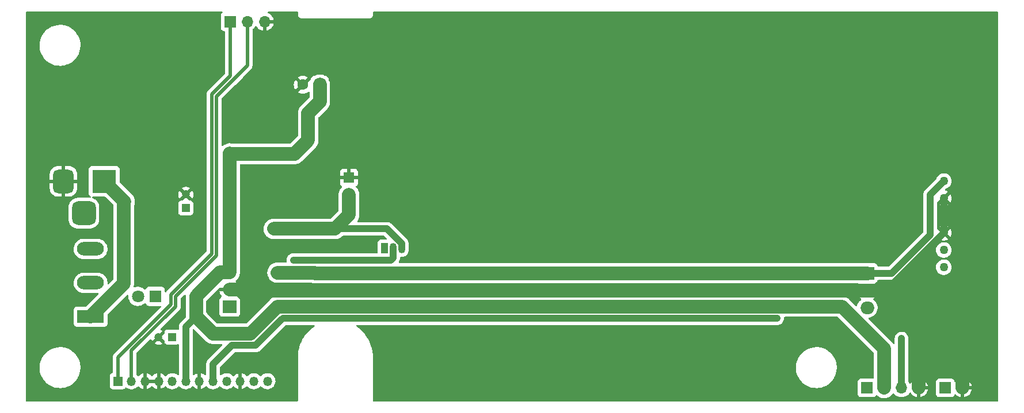
<source format=gbr>
%TF.GenerationSoftware,KiCad,Pcbnew,(6.0.2)*%
%TF.CreationDate,2022-03-19T11:44:54+11:00*%
%TF.ProjectId,T1200_PSU,54313230-305f-4505-9355-2e6b69636164,rev?*%
%TF.SameCoordinates,Original*%
%TF.FileFunction,Copper,L2,Bot*%
%TF.FilePolarity,Positive*%
%FSLAX46Y46*%
G04 Gerber Fmt 4.6, Leading zero omitted, Abs format (unit mm)*
G04 Created by KiCad (PCBNEW (6.0.2)) date 2022-03-19 11:44:54*
%MOMM*%
%LPD*%
G01*
G04 APERTURE LIST*
G04 Aperture macros list*
%AMRoundRect*
0 Rectangle with rounded corners*
0 $1 Rounding radius*
0 $2 $3 $4 $5 $6 $7 $8 $9 X,Y pos of 4 corners*
0 Add a 4 corners polygon primitive as box body*
4,1,4,$2,$3,$4,$5,$6,$7,$8,$9,$2,$3,0*
0 Add four circle primitives for the rounded corners*
1,1,$1+$1,$2,$3*
1,1,$1+$1,$4,$5*
1,1,$1+$1,$6,$7*
1,1,$1+$1,$8,$9*
0 Add four rect primitives between the rounded corners*
20,1,$1+$1,$2,$3,$4,$5,0*
20,1,$1+$1,$4,$5,$6,$7,0*
20,1,$1+$1,$6,$7,$8,$9,0*
20,1,$1+$1,$8,$9,$2,$3,0*%
G04 Aperture macros list end*
%TA.AperFunction,ComponentPad*%
%ADD10R,1.600000X1.600000*%
%TD*%
%TA.AperFunction,ComponentPad*%
%ADD11C,1.600000*%
%TD*%
%TA.AperFunction,ComponentPad*%
%ADD12R,3.960000X1.980000*%
%TD*%
%TA.AperFunction,ComponentPad*%
%ADD13O,3.960000X1.980000*%
%TD*%
%TA.AperFunction,ComponentPad*%
%ADD14R,1.800000X1.800000*%
%TD*%
%TA.AperFunction,ComponentPad*%
%ADD15C,1.800000*%
%TD*%
%TA.AperFunction,ComponentPad*%
%ADD16R,1.200000X1.200000*%
%TD*%
%TA.AperFunction,ComponentPad*%
%ADD17C,1.200000*%
%TD*%
%TA.AperFunction,ComponentPad*%
%ADD18R,1.350000X1.350000*%
%TD*%
%TA.AperFunction,ComponentPad*%
%ADD19O,1.350000X1.350000*%
%TD*%
%TA.AperFunction,ComponentPad*%
%ADD20R,3.500000X3.500000*%
%TD*%
%TA.AperFunction,ComponentPad*%
%ADD21RoundRect,0.750000X-0.750000X-1.000000X0.750000X-1.000000X0.750000X1.000000X-0.750000X1.000000X0*%
%TD*%
%TA.AperFunction,ComponentPad*%
%ADD22RoundRect,0.875000X-0.875000X-0.875000X0.875000X-0.875000X0.875000X0.875000X-0.875000X0.875000X0*%
%TD*%
%TA.AperFunction,ComponentPad*%
%ADD23C,1.270000*%
%TD*%
%TA.AperFunction,ComponentPad*%
%ADD24R,1.700000X1.700000*%
%TD*%
%TA.AperFunction,ComponentPad*%
%ADD25O,1.700000X1.700000*%
%TD*%
%TA.AperFunction,ComponentPad*%
%ADD26R,1.050000X1.500000*%
%TD*%
%TA.AperFunction,ComponentPad*%
%ADD27O,1.050000X1.500000*%
%TD*%
%TA.AperFunction,ComponentPad*%
%ADD28R,2.000000X1.905000*%
%TD*%
%TA.AperFunction,ComponentPad*%
%ADD29O,2.000000X1.905000*%
%TD*%
%TA.AperFunction,ViaPad*%
%ADD30C,1.000000*%
%TD*%
%TA.AperFunction,ViaPad*%
%ADD31C,0.800000*%
%TD*%
%TA.AperFunction,ViaPad*%
%ADD32C,1.500000*%
%TD*%
%TA.AperFunction,Conductor*%
%ADD33C,2.000000*%
%TD*%
%TA.AperFunction,Conductor*%
%ADD34C,1.000000*%
%TD*%
%TA.AperFunction,Conductor*%
%ADD35C,0.500000*%
%TD*%
G04 APERTURE END LIST*
D10*
%TO.P,C5,1*%
%TO.N,GND*%
X60000000Y-37000000D03*
D11*
%TO.P,C5,2*%
%TO.N,-22V*%
X60000000Y-39500000D03*
%TD*%
D12*
%TO.P,SW1,1,A*%
%TO.N,Net-(PJ1-Pad1)*%
X22000000Y-57500000D03*
D13*
%TO.P,SW1,2,B*%
%TO.N,Net-(F1-Pad1)*%
X22000000Y-52500000D03*
%TO.P,SW1,3*%
%TO.N,N/C*%
X22000000Y-47500000D03*
%TD*%
D14*
%TO.P,D4,1,K*%
%TO.N,Net-(D4-Pad1)*%
X31500000Y-54500000D03*
D15*
%TO.P,D4,2,A*%
%TO.N,VCC*%
X28960000Y-54500000D03*
%TD*%
D16*
%TO.P,C1,1*%
%TO.N,Net-(C1-Pad1)*%
X33972600Y-60500000D03*
D17*
%TO.P,C1,2*%
%TO.N,GND*%
X31972600Y-60500000D03*
%TD*%
D18*
%TO.P,PJ4,1,Pin_1*%
%TO.N,Net-(J1-Pad1)*%
X26000000Y-67000000D03*
D19*
%TO.P,PJ4,2,Pin_2*%
%TO.N,Net-(J1-Pad2)*%
X28000000Y-67000000D03*
%TO.P,PJ4,3,Pin_3*%
%TO.N,GND*%
X30000000Y-67000000D03*
%TO.P,PJ4,4,Pin_4*%
X32000000Y-67000000D03*
%TO.P,PJ4,5,Pin_5*%
%TO.N,Net-(C1-Pad1)*%
X34000000Y-67000000D03*
%TO.P,PJ4,6,Pin_6*%
%TO.N,+5V*%
X36000000Y-67000000D03*
%TO.P,PJ4,7,Pin_7*%
%TO.N,GND*%
X38000000Y-67000000D03*
%TO.P,PJ4,8,Pin_8*%
%TO.N,+12V*%
X40000000Y-67000000D03*
%TO.P,PJ4,9,Pin_9*%
%TO.N,-9V*%
X42000000Y-67000000D03*
%TO.P,PJ4,10,Pin_10*%
%TO.N,GND*%
X44000000Y-67000000D03*
%TO.P,PJ4,11,Pin_11*%
%TO.N,unconnected-(PJ4-Pad11)*%
X46000000Y-67000000D03*
%TO.P,PJ4,12,Pin_12*%
%TO.N,-22V*%
X48000000Y-67000000D03*
%TD*%
D20*
%TO.P,PJ1,1*%
%TO.N,Net-(PJ1-Pad1)*%
X24000000Y-37542500D03*
D21*
%TO.P,PJ1,2*%
%TO.N,GND*%
X18000000Y-37542500D03*
D22*
%TO.P,PJ1,3*%
%TO.N,N/C*%
X21000000Y-42242500D03*
%TD*%
D23*
%TO.P,RLA1,1,+VINVCC*%
%TO.N,VCC*%
X147500000Y-37500000D03*
%TO.P,RLA1,2,-VINGND*%
%TO.N,GND*%
X147500000Y-40040000D03*
%TO.P,RLA1,4,-VOUT*%
X147500000Y-45120000D03*
%TO.P,RLA1,5,NC*%
%TO.N,unconnected-(RLA1-Pad5)*%
X147500000Y-47660000D03*
%TO.P,RLA1,6,+VOUT*%
%TO.N,+12V*%
X147500000Y-50200000D03*
%TD*%
D24*
%TO.P,PJ6,1,Pin_1*%
%TO.N,+5V*%
X147725000Y-68000000D03*
D25*
%TO.P,PJ6,2,Pin_2*%
%TO.N,GND*%
X150265000Y-68000000D03*
%TD*%
D26*
%TO.P,U1,1,ADJ*%
%TO.N,Net-(R6-Pad2)*%
X65230000Y-47411250D03*
D27*
%TO.P,U1,2,VO*%
%TO.N,-9V*%
X66500000Y-47411250D03*
%TO.P,U1,3,VI*%
%TO.N,-22V*%
X67770000Y-47411250D03*
%TD*%
D28*
%TO.P,U3,1,VI*%
%TO.N,VCC*%
X42445000Y-56040000D03*
D29*
%TO.P,U3,2,GND*%
%TO.N,GND*%
X42445000Y-53500000D03*
%TO.P,U3,3,VO*%
%TO.N,+5V*%
X42445000Y-50960000D03*
%TD*%
D24*
%TO.P,PJ5,1,Pin_1*%
%TO.N,+5V_HDD*%
X136200000Y-68000000D03*
D25*
%TO.P,PJ5,2,Pin_2*%
%TO.N,+5V*%
X138740000Y-68000000D03*
%TO.P,PJ5,3,Pin_3*%
%TO.N,+12V*%
X141280000Y-68000000D03*
%TO.P,PJ5,4,Pin_4*%
%TO.N,GND*%
X143820000Y-68000000D03*
%TD*%
D24*
%TO.P,J1,1,Pin_1*%
%TO.N,Net-(J1-Pad1)*%
X42500000Y-14000000D03*
D25*
%TO.P,J1,2,Pin_2*%
%TO.N,Net-(J1-Pad2)*%
X45040000Y-14000000D03*
%TO.P,J1,3,Pin_3*%
%TO.N,GND*%
X47580000Y-14000000D03*
%TD*%
D16*
%TO.P,C3,1*%
%TO.N,VCC*%
X36000000Y-41472600D03*
D17*
%TO.P,C3,2*%
%TO.N,GND*%
X36000000Y-39472600D03*
%TD*%
D28*
%TO.P,U4,1,VI*%
%TO.N,VCC*%
X136240000Y-51080000D03*
D29*
%TO.P,U4,2,GND*%
%TO.N,GND*%
X136240000Y-53620000D03*
%TO.P,U4,3,VO*%
%TO.N,+5V_HDD*%
X136240000Y-56160000D03*
%TD*%
D10*
%TO.P,C7,1*%
%TO.N,+5V*%
X55705113Y-23300000D03*
D11*
%TO.P,C7,2*%
%TO.N,GND*%
X53205113Y-23300000D03*
%TD*%
D30*
%TO.N,+5V*%
X42500000Y-33500000D03*
D31*
%TO.N,-9V*%
X51848189Y-49151811D03*
%TO.N,+12V*%
X123000000Y-57699520D03*
X141280000Y-60720000D03*
X51300480Y-57699520D03*
%TO.N,-22V*%
X48946377Y-44553623D03*
D32*
%TO.N,VCC*%
X49500000Y-51000000D03*
%TD*%
D33*
%TO.N,GND*%
X143820000Y-68000000D02*
X143820000Y-56820000D01*
D34*
X147500000Y-45120000D02*
X147500000Y-40040000D01*
D33*
X138880000Y-53620000D02*
X136240000Y-53620000D01*
X140380000Y-53620000D02*
X138880000Y-53620000D01*
X42445000Y-53500000D02*
X44000000Y-53500000D01*
X47000000Y-53500000D02*
X47120000Y-53620000D01*
X45500000Y-53500000D02*
X42445000Y-53500000D01*
X143820000Y-56820000D02*
X150265000Y-63265000D01*
X143820000Y-56820000D02*
X140500000Y-53500000D01*
D34*
X147500000Y-45120000D02*
X139000000Y-53620000D01*
D33*
X140500000Y-53500000D02*
X140380000Y-53620000D01*
X18000000Y-37542500D02*
X18000000Y-37000000D01*
X150265000Y-63265000D02*
X150265000Y-68000000D01*
X47000000Y-53500000D02*
X45500000Y-53500000D01*
X47120000Y-53620000D02*
X136240000Y-53620000D01*
D34*
X139000000Y-53620000D02*
X138880000Y-53620000D01*
D33*
%TO.N,+5V*%
X52000000Y-33500000D02*
X42500000Y-33500000D01*
X55705113Y-23300000D02*
X55705113Y-25794887D01*
X132500000Y-56000000D02*
X49500000Y-56000000D01*
X37500000Y-57500000D02*
X37500000Y-54500000D01*
X45500000Y-60000000D02*
X40000000Y-60000000D01*
X138740000Y-62240000D02*
X132500000Y-56000000D01*
X49500000Y-56000000D02*
X45500000Y-60000000D01*
X54000000Y-27500000D02*
X54000000Y-31500000D01*
D34*
X36000000Y-59000000D02*
X37500000Y-57500000D01*
D33*
X55705113Y-25794887D02*
X54000000Y-27500000D01*
X138740000Y-68000000D02*
X138740000Y-62240000D01*
X40000000Y-60000000D02*
X37500000Y-57500000D01*
D34*
X36000000Y-67000000D02*
X36000000Y-59000000D01*
D33*
X37500000Y-54500000D02*
X41040000Y-50960000D01*
X42445000Y-50960000D02*
X42445000Y-33445000D01*
X41040000Y-50960000D02*
X42445000Y-50960000D01*
X54000000Y-31500000D02*
X52000000Y-33500000D01*
D34*
%TO.N,-9V*%
X66500000Y-48815272D02*
X66500000Y-47411250D01*
X51848189Y-49151811D02*
X66163461Y-49151811D01*
X66163461Y-49151811D02*
X66500000Y-48815272D01*
%TO.N,+12V*%
X40000000Y-64500000D02*
X42800480Y-61699520D01*
X50300480Y-57699520D02*
X51300480Y-57699520D01*
X43500000Y-61699520D02*
X46300480Y-61699520D01*
X141280000Y-68000000D02*
X141280000Y-60720000D01*
X50000000Y-58000000D02*
X50300480Y-57699520D01*
X40000000Y-67000000D02*
X40000000Y-64500000D01*
X65000000Y-57699520D02*
X123000000Y-57699520D01*
X51300480Y-57699520D02*
X65000000Y-57699520D01*
X42800480Y-61699520D02*
X43500000Y-61699520D01*
X46300480Y-61699520D02*
X50000000Y-58000000D01*
D33*
%TO.N,Net-(PJ1-Pad1)*%
X25179520Y-38722020D02*
X25222020Y-38722020D01*
X25222020Y-38722020D02*
X27000000Y-40500000D01*
X24000000Y-37542500D02*
X25179520Y-38722020D01*
X27000000Y-40500000D02*
X26860489Y-40639511D01*
X26860489Y-40639511D02*
X26860489Y-52639511D01*
X26860489Y-52639511D02*
X22000000Y-57500000D01*
D34*
%TO.N,-22V*%
X67770000Y-46724518D02*
X65599105Y-44553623D01*
D33*
X57946377Y-44553623D02*
X48946377Y-44553623D01*
X60000000Y-39500000D02*
X60000000Y-42500000D01*
D34*
X67770000Y-47411250D02*
X67770000Y-46724518D01*
X65599105Y-44553623D02*
X57946377Y-44553623D01*
D33*
X60000000Y-42500000D02*
X57946377Y-44553623D01*
D34*
%TO.N,VCC*%
X139843622Y-51080000D02*
X136240000Y-51080000D01*
X145461811Y-45461811D02*
X139843622Y-51080000D01*
X145461811Y-39538189D02*
X145461811Y-45461811D01*
D33*
X55000000Y-51000000D02*
X49500000Y-51000000D01*
D34*
X147500000Y-37500000D02*
X145461811Y-39538189D01*
D33*
X136240000Y-51080000D02*
X55080000Y-51080000D01*
X55080000Y-51080000D02*
X55000000Y-51000000D01*
D35*
%TO.N,Net-(J1-Pad2)*%
X28000000Y-62500000D02*
X34500000Y-56000000D01*
X34500000Y-56000000D02*
X34500000Y-54500000D01*
X40500000Y-25000000D02*
X45040000Y-20460000D01*
X34500000Y-54500000D02*
X40500000Y-48500000D01*
X45040000Y-20460000D02*
X45040000Y-14000000D01*
X28000000Y-67000000D02*
X28000000Y-62500000D01*
X40500000Y-48500000D02*
X40500000Y-25000000D01*
%TO.N,Net-(J1-Pad1)*%
X39800481Y-24710249D02*
X42500000Y-22010730D01*
X39800480Y-48210250D02*
X39800481Y-24710249D01*
X33800481Y-54210249D02*
X39800480Y-48210250D01*
X33800480Y-55710250D02*
X33800481Y-54210249D01*
X26000000Y-63510730D02*
X33800480Y-55710250D01*
X42500000Y-22010730D02*
X42500000Y-14000000D01*
X26000000Y-67000000D02*
X26000000Y-63510730D01*
%TD*%
%TA.AperFunction,Conductor*%
%TO.N,GND*%
G36*
X52434121Y-12528002D02*
G01*
X52480614Y-12581658D01*
X52492000Y-12634000D01*
X52492000Y-12991298D01*
X52491998Y-12992068D01*
X52491524Y-13069652D01*
X52493990Y-13078281D01*
X52493991Y-13078286D01*
X52499639Y-13098048D01*
X52503217Y-13114809D01*
X52506130Y-13135152D01*
X52506133Y-13135162D01*
X52507405Y-13144045D01*
X52518021Y-13167395D01*
X52524464Y-13184907D01*
X52531512Y-13209565D01*
X52547274Y-13234548D01*
X52555404Y-13249614D01*
X52567633Y-13276510D01*
X52584374Y-13295939D01*
X52595479Y-13310947D01*
X52609160Y-13332631D01*
X52630796Y-13351739D01*
X52631296Y-13352181D01*
X52643340Y-13364373D01*
X52662619Y-13386747D01*
X52670147Y-13391626D01*
X52670150Y-13391629D01*
X52684139Y-13400696D01*
X52699013Y-13411986D01*
X52718228Y-13428956D01*
X52726354Y-13432771D01*
X52726355Y-13432772D01*
X52732021Y-13435432D01*
X52744966Y-13441510D01*
X52759935Y-13449824D01*
X52784727Y-13465893D01*
X52801650Y-13470954D01*
X52809290Y-13473239D01*
X52826736Y-13479901D01*
X52849948Y-13490799D01*
X52879130Y-13495343D01*
X52895849Y-13499126D01*
X52915536Y-13505014D01*
X52915539Y-13505015D01*
X52924141Y-13507587D01*
X52933116Y-13507642D01*
X52933117Y-13507642D01*
X52939810Y-13507683D01*
X52958556Y-13507797D01*
X52959328Y-13507830D01*
X52960423Y-13508000D01*
X52991298Y-13508000D01*
X52992068Y-13508002D01*
X53065716Y-13508452D01*
X53065717Y-13508452D01*
X53069652Y-13508476D01*
X53070996Y-13508092D01*
X53072341Y-13508000D01*
X62991298Y-13508000D01*
X62992069Y-13508002D01*
X63069652Y-13508476D01*
X63078281Y-13506010D01*
X63078286Y-13506009D01*
X63098048Y-13500361D01*
X63114809Y-13496783D01*
X63135152Y-13493870D01*
X63135162Y-13493867D01*
X63144045Y-13492595D01*
X63167395Y-13481979D01*
X63184907Y-13475536D01*
X63200937Y-13470954D01*
X63209565Y-13468488D01*
X63234548Y-13452726D01*
X63249614Y-13444596D01*
X63276510Y-13432367D01*
X63295939Y-13415626D01*
X63310947Y-13404521D01*
X63325039Y-13395630D01*
X63332631Y-13390840D01*
X63352182Y-13368703D01*
X63364374Y-13356659D01*
X63379949Y-13343239D01*
X63379950Y-13343237D01*
X63386747Y-13337381D01*
X63391626Y-13329853D01*
X63391629Y-13329850D01*
X63400696Y-13315861D01*
X63411986Y-13300987D01*
X63423012Y-13288502D01*
X63428956Y-13281772D01*
X63441510Y-13255034D01*
X63449824Y-13240065D01*
X63465893Y-13215273D01*
X63473239Y-13190709D01*
X63479901Y-13173264D01*
X63486983Y-13158179D01*
X63490799Y-13150052D01*
X63495343Y-13120870D01*
X63499126Y-13104151D01*
X63505014Y-13084464D01*
X63505015Y-13084461D01*
X63507587Y-13075859D01*
X63507797Y-13041444D01*
X63507830Y-13040672D01*
X63508000Y-13039577D01*
X63508000Y-13008702D01*
X63508002Y-13007932D01*
X63508452Y-12934284D01*
X63508452Y-12934283D01*
X63508476Y-12930348D01*
X63508092Y-12929004D01*
X63508000Y-12927659D01*
X63508000Y-12634000D01*
X63528002Y-12565879D01*
X63581658Y-12519386D01*
X63634000Y-12508000D01*
X155366000Y-12508000D01*
X155434121Y-12528002D01*
X155480614Y-12581658D01*
X155492000Y-12634000D01*
X155492000Y-69866000D01*
X155471998Y-69934121D01*
X155418342Y-69980614D01*
X155366000Y-69992000D01*
X63634000Y-69992000D01*
X63565879Y-69971998D01*
X63519386Y-69918342D01*
X63508000Y-69866000D01*
X63508000Y-64905356D01*
X125738389Y-64905356D01*
X125739229Y-64937430D01*
X125747469Y-65252130D01*
X125796347Y-65595561D01*
X125884374Y-65931098D01*
X126010382Y-66254295D01*
X126060852Y-66349615D01*
X126145547Y-66509575D01*
X126172704Y-66560866D01*
X126174756Y-66563851D01*
X126174761Y-66563860D01*
X126367129Y-66843757D01*
X126367135Y-66843764D01*
X126369186Y-66846749D01*
X126418514Y-66903295D01*
X126591739Y-67101866D01*
X126597224Y-67108154D01*
X126853796Y-67341617D01*
X126856754Y-67343742D01*
X126856757Y-67343745D01*
X127031010Y-67468958D01*
X127135501Y-67544043D01*
X127438606Y-67712749D01*
X127759093Y-67845499D01*
X127762587Y-67846494D01*
X127762589Y-67846495D01*
X128089212Y-67939536D01*
X128089217Y-67939537D01*
X128092713Y-67940533D01*
X128328452Y-67979137D01*
X128431465Y-67996006D01*
X128431469Y-67996006D01*
X128435045Y-67996592D01*
X128438671Y-67996763D01*
X128777926Y-68012762D01*
X128777927Y-68012762D01*
X128781553Y-68012933D01*
X128790745Y-68012306D01*
X129124010Y-67989587D01*
X129124018Y-67989586D01*
X129127641Y-67989339D01*
X129131217Y-67988676D01*
X129131219Y-67988676D01*
X129465160Y-67926784D01*
X129465164Y-67926783D01*
X129468725Y-67926123D01*
X129800282Y-67824122D01*
X129871830Y-67792715D01*
X130050838Y-67714136D01*
X130117918Y-67684690D01*
X130137559Y-67673213D01*
X130414293Y-67511502D01*
X130417423Y-67509673D01*
X130694827Y-67301392D01*
X130726062Y-67271752D01*
X130943820Y-67065108D01*
X130943824Y-67065104D01*
X130946454Y-67062608D01*
X130949892Y-67058497D01*
X131166646Y-66799261D01*
X131168968Y-66796484D01*
X131173781Y-66789157D01*
X131357432Y-66509575D01*
X131357437Y-66509566D01*
X131359419Y-66506549D01*
X131473220Y-66280283D01*
X131513658Y-66199882D01*
X131513661Y-66199874D01*
X131515285Y-66196646D01*
X131519044Y-66186373D01*
X131633249Y-65874293D01*
X131633252Y-65874284D01*
X131634497Y-65870881D01*
X131635342Y-65867359D01*
X131635345Y-65867351D01*
X131714631Y-65537103D01*
X131714632Y-65537099D01*
X131715478Y-65533574D01*
X131731164Y-65403952D01*
X131756816Y-65191973D01*
X131756816Y-65191967D01*
X131757152Y-65189194D01*
X131763098Y-65000000D01*
X131743129Y-64653683D01*
X131725726Y-64553967D01*
X131684113Y-64315529D01*
X131684111Y-64315522D01*
X131683489Y-64311956D01*
X131680223Y-64300928D01*
X131596784Y-64019245D01*
X131584966Y-63979349D01*
X131448867Y-63660271D01*
X131435658Y-63637112D01*
X131278788Y-63362089D01*
X131276997Y-63358949D01*
X131264482Y-63341911D01*
X131093718Y-63109446D01*
X131071632Y-63079379D01*
X131028093Y-63032525D01*
X130837967Y-62827926D01*
X130837965Y-62827925D01*
X130835495Y-62825266D01*
X130832741Y-62822914D01*
X130832737Y-62822910D01*
X130698745Y-62708470D01*
X130571716Y-62599977D01*
X130283792Y-62406500D01*
X130280583Y-62404844D01*
X130280575Y-62404839D01*
X129978757Y-62249060D01*
X129978758Y-62249060D01*
X129975537Y-62247398D01*
X129972156Y-62246120D01*
X129972146Y-62246116D01*
X129709075Y-62146710D01*
X129651039Y-62124780D01*
X129647518Y-62123896D01*
X129647513Y-62123894D01*
X129471345Y-62079644D01*
X129314598Y-62040272D01*
X129295527Y-62037761D01*
X128974278Y-61995468D01*
X128974270Y-61995467D01*
X128970674Y-61994994D01*
X128826178Y-61992724D01*
X128627467Y-61989602D01*
X128627463Y-61989602D01*
X128623825Y-61989545D01*
X128620211Y-61989906D01*
X128620205Y-61989906D01*
X128376172Y-62014264D01*
X128278648Y-62023998D01*
X127939718Y-62097897D01*
X127936291Y-62099070D01*
X127936285Y-62099072D01*
X127614960Y-62209086D01*
X127614955Y-62209088D01*
X127611529Y-62210261D01*
X127608261Y-62211820D01*
X127608253Y-62211823D01*
X127484803Y-62270706D01*
X127298429Y-62359602D01*
X127004569Y-62543940D01*
X127001735Y-62546210D01*
X127001730Y-62546214D01*
X126884131Y-62640429D01*
X126733844Y-62760832D01*
X126489842Y-63007403D01*
X126428582Y-63085531D01*
X126278574Y-63276843D01*
X126275797Y-63280384D01*
X126273904Y-63283473D01*
X126273902Y-63283476D01*
X126227652Y-63358949D01*
X126094546Y-63576158D01*
X126093021Y-63579443D01*
X126093019Y-63579447D01*
X126001797Y-63775968D01*
X125948492Y-63890805D01*
X125839571Y-64220153D01*
X125838835Y-64223708D01*
X125838834Y-64223711D01*
X125803809Y-64392843D01*
X125769226Y-64559838D01*
X125738389Y-64905356D01*
X63508000Y-64905356D01*
X63508000Y-63553207D01*
X63509746Y-63532303D01*
X63510462Y-63528045D01*
X63513071Y-63512539D01*
X63513147Y-63506270D01*
X63513165Y-63504861D01*
X63513165Y-63504857D01*
X63513224Y-63500000D01*
X63512543Y-63495246D01*
X63512405Y-63492641D01*
X63503753Y-63283476D01*
X63493880Y-63044764D01*
X63437523Y-62592638D01*
X63344022Y-62146710D01*
X63276581Y-61920180D01*
X63214758Y-61712520D01*
X63214754Y-61712509D01*
X63214015Y-61710026D01*
X63205340Y-61687792D01*
X63117727Y-61463261D01*
X63048392Y-61285570D01*
X62994049Y-61174409D01*
X62849431Y-60878588D01*
X62849425Y-60878576D01*
X62848283Y-60876241D01*
X62846949Y-60874002D01*
X62616391Y-60487075D01*
X62616384Y-60487064D01*
X62615055Y-60484834D01*
X62350302Y-60114024D01*
X62055832Y-59766344D01*
X61733656Y-59444168D01*
X61385976Y-59149698D01*
X61087464Y-58936564D01*
X61043647Y-58880703D01*
X61036987Y-58810020D01*
X61069598Y-58746956D01*
X61131128Y-58711535D01*
X61160680Y-58708020D01*
X123049769Y-58708020D01*
X123052825Y-58707720D01*
X123052832Y-58707720D01*
X123125014Y-58700642D01*
X123196833Y-58693600D01*
X123202734Y-58691818D01*
X123202736Y-58691818D01*
X123276053Y-58669682D01*
X123386169Y-58636436D01*
X123560796Y-58543586D01*
X123649184Y-58471498D01*
X123709287Y-58422480D01*
X123709290Y-58422477D01*
X123714062Y-58418585D01*
X123717991Y-58413836D01*
X123836201Y-58270945D01*
X123836203Y-58270941D01*
X123840130Y-58266195D01*
X123934198Y-58092221D01*
X123992682Y-57903288D01*
X124013355Y-57706595D01*
X124007833Y-57645919D01*
X124021578Y-57576267D01*
X124070799Y-57525102D01*
X124133314Y-57508500D01*
X131822969Y-57508500D01*
X131891090Y-57528502D01*
X131912064Y-57545405D01*
X137194595Y-62827936D01*
X137228621Y-62890248D01*
X137231500Y-62917031D01*
X137231500Y-66515899D01*
X137211498Y-66584020D01*
X137157842Y-66630513D01*
X137099206Y-66641616D01*
X137098134Y-66641500D01*
X135301866Y-66641500D01*
X135239684Y-66648255D01*
X135103295Y-66699385D01*
X134986739Y-66786739D01*
X134899385Y-66903295D01*
X134848255Y-67039684D01*
X134841500Y-67101866D01*
X134841500Y-68898134D01*
X134848255Y-68960316D01*
X134899385Y-69096705D01*
X134986739Y-69213261D01*
X135103295Y-69300615D01*
X135239684Y-69351745D01*
X135301866Y-69358500D01*
X137098134Y-69358500D01*
X137160316Y-69351745D01*
X137296705Y-69300615D01*
X137413261Y-69213261D01*
X137497695Y-69100601D01*
X137554553Y-69058087D01*
X137625372Y-69053061D01*
X137685854Y-69085429D01*
X137688698Y-69088655D01*
X137791064Y-69172739D01*
X137861663Y-69230729D01*
X137876278Y-69242734D01*
X137923454Y-69270191D01*
X138080448Y-69361564D01*
X138086078Y-69364841D01*
X138090801Y-69366654D01*
X138307978Y-69450020D01*
X138307982Y-69450021D01*
X138312702Y-69451833D01*
X138317652Y-69452867D01*
X138317655Y-69452868D01*
X138545369Y-69500440D01*
X138545373Y-69500440D01*
X138550320Y-69501474D01*
X138792817Y-69512486D01*
X138797837Y-69511905D01*
X138797841Y-69511905D01*
X139028929Y-69485167D01*
X139028933Y-69485166D01*
X139033956Y-69484585D01*
X139038820Y-69483209D01*
X139038823Y-69483208D01*
X139262669Y-69419866D01*
X139262668Y-69419866D01*
X139267532Y-69418490D01*
X139272108Y-69416356D01*
X139272114Y-69416354D01*
X139482954Y-69318038D01*
X139482958Y-69318036D01*
X139487536Y-69315901D01*
X139496839Y-69309579D01*
X139614908Y-69229338D01*
X139688307Y-69179456D01*
X139864681Y-69012668D01*
X140002805Y-68832009D01*
X140060068Y-68790042D01*
X140130932Y-68785697D01*
X140192895Y-68820353D01*
X140198137Y-68826041D01*
X140322865Y-68970031D01*
X140322869Y-68970035D01*
X140326250Y-68973938D01*
X140498126Y-69116632D01*
X140691000Y-69229338D01*
X140695825Y-69231180D01*
X140695826Y-69231181D01*
X140732737Y-69245276D01*
X140899692Y-69309030D01*
X140904760Y-69310061D01*
X140904763Y-69310062D01*
X140999862Y-69329410D01*
X141118597Y-69353567D01*
X141123772Y-69353757D01*
X141123774Y-69353757D01*
X141336673Y-69361564D01*
X141336677Y-69361564D01*
X141341837Y-69361753D01*
X141346957Y-69361097D01*
X141346959Y-69361097D01*
X141558288Y-69334025D01*
X141558289Y-69334025D01*
X141563416Y-69333368D01*
X141568366Y-69331883D01*
X141772429Y-69270661D01*
X141772434Y-69270659D01*
X141777384Y-69269174D01*
X141977994Y-69170896D01*
X142159860Y-69041173D01*
X142318096Y-68883489D01*
X142448453Y-68702077D01*
X142449640Y-68702930D01*
X142496960Y-68659362D01*
X142566897Y-68647145D01*
X142632338Y-68674678D01*
X142660166Y-68706511D01*
X142717694Y-68800388D01*
X142723777Y-68808699D01*
X142863213Y-68969667D01*
X142870580Y-68976883D01*
X143034434Y-69112916D01*
X143042881Y-69118831D01*
X143226756Y-69226279D01*
X143236042Y-69230729D01*
X143435001Y-69306703D01*
X143444899Y-69309579D01*
X143548250Y-69330606D01*
X143562299Y-69329410D01*
X143566000Y-69319065D01*
X143566000Y-69318517D01*
X144074000Y-69318517D01*
X144078064Y-69332359D01*
X144091478Y-69334393D01*
X144098184Y-69333534D01*
X144108262Y-69331392D01*
X144312255Y-69270191D01*
X144321842Y-69266433D01*
X144513095Y-69172739D01*
X144521945Y-69167464D01*
X144695328Y-69043792D01*
X144703200Y-69037139D01*
X144842690Y-68898134D01*
X146366500Y-68898134D01*
X146373255Y-68960316D01*
X146424385Y-69096705D01*
X146511739Y-69213261D01*
X146628295Y-69300615D01*
X146764684Y-69351745D01*
X146826866Y-69358500D01*
X148623134Y-69358500D01*
X148685316Y-69351745D01*
X148821705Y-69300615D01*
X148938261Y-69213261D01*
X149025615Y-69096705D01*
X149040092Y-69058087D01*
X149069798Y-68978848D01*
X149112440Y-68922084D01*
X149179001Y-68897384D01*
X149248350Y-68912592D01*
X149283017Y-68940580D01*
X149308218Y-68969673D01*
X149315580Y-68976883D01*
X149479434Y-69112916D01*
X149487881Y-69118831D01*
X149671756Y-69226279D01*
X149681042Y-69230729D01*
X149880001Y-69306703D01*
X149889899Y-69309579D01*
X149993250Y-69330606D01*
X150007299Y-69329410D01*
X150011000Y-69319065D01*
X150011000Y-69318517D01*
X150519000Y-69318517D01*
X150523064Y-69332359D01*
X150536478Y-69334393D01*
X150543184Y-69333534D01*
X150553262Y-69331392D01*
X150757255Y-69270191D01*
X150766842Y-69266433D01*
X150958095Y-69172739D01*
X150966945Y-69167464D01*
X151140328Y-69043792D01*
X151148200Y-69037139D01*
X151299052Y-68886812D01*
X151305730Y-68878965D01*
X151430003Y-68706020D01*
X151435313Y-68697183D01*
X151529670Y-68506267D01*
X151533469Y-68496672D01*
X151595377Y-68292910D01*
X151597555Y-68282837D01*
X151598986Y-68271962D01*
X151596775Y-68257778D01*
X151583617Y-68254000D01*
X150537115Y-68254000D01*
X150521876Y-68258475D01*
X150520671Y-68259865D01*
X150519000Y-68267548D01*
X150519000Y-69318517D01*
X150011000Y-69318517D01*
X150011000Y-67727885D01*
X150519000Y-67727885D01*
X150523475Y-67743124D01*
X150524865Y-67744329D01*
X150532548Y-67746000D01*
X151583344Y-67746000D01*
X151596875Y-67742027D01*
X151598180Y-67732947D01*
X151556214Y-67565875D01*
X151552894Y-67556124D01*
X151467972Y-67360814D01*
X151463105Y-67351739D01*
X151347426Y-67172926D01*
X151341136Y-67164757D01*
X151197806Y-67007240D01*
X151190273Y-67000215D01*
X151023139Y-66868222D01*
X151014552Y-66862517D01*
X150828117Y-66759599D01*
X150818705Y-66755369D01*
X150617959Y-66684280D01*
X150607988Y-66681646D01*
X150536837Y-66668972D01*
X150523540Y-66670432D01*
X150519000Y-66684989D01*
X150519000Y-67727885D01*
X150011000Y-67727885D01*
X150011000Y-66683102D01*
X150007082Y-66669758D01*
X149992806Y-66667771D01*
X149954324Y-66673660D01*
X149944288Y-66676051D01*
X149741868Y-66742212D01*
X149732359Y-66746209D01*
X149543463Y-66844542D01*
X149534738Y-66850036D01*
X149364433Y-66977905D01*
X149356726Y-66984748D01*
X149279478Y-67065584D01*
X149217954Y-67101014D01*
X149147042Y-67097557D01*
X149089255Y-67056311D01*
X149070402Y-67022763D01*
X149028767Y-66911703D01*
X149025615Y-66903295D01*
X148938261Y-66786739D01*
X148821705Y-66699385D01*
X148685316Y-66648255D01*
X148623134Y-66641500D01*
X146826866Y-66641500D01*
X146764684Y-66648255D01*
X146628295Y-66699385D01*
X146511739Y-66786739D01*
X146424385Y-66903295D01*
X146373255Y-67039684D01*
X146366500Y-67101866D01*
X146366500Y-68898134D01*
X144842690Y-68898134D01*
X144854052Y-68886812D01*
X144860730Y-68878965D01*
X144985003Y-68706020D01*
X144990313Y-68697183D01*
X145084670Y-68506267D01*
X145088469Y-68496672D01*
X145150377Y-68292910D01*
X145152555Y-68282837D01*
X145153986Y-68271962D01*
X145151775Y-68257778D01*
X145138617Y-68254000D01*
X144092115Y-68254000D01*
X144076876Y-68258475D01*
X144075671Y-68259865D01*
X144074000Y-68267548D01*
X144074000Y-69318517D01*
X143566000Y-69318517D01*
X143566000Y-67727885D01*
X144074000Y-67727885D01*
X144078475Y-67743124D01*
X144079865Y-67744329D01*
X144087548Y-67746000D01*
X145138344Y-67746000D01*
X145151875Y-67742027D01*
X145153180Y-67732947D01*
X145111214Y-67565875D01*
X145107894Y-67556124D01*
X145022972Y-67360814D01*
X145018105Y-67351739D01*
X144902426Y-67172926D01*
X144896136Y-67164757D01*
X144752806Y-67007240D01*
X144745273Y-67000215D01*
X144578139Y-66868222D01*
X144569552Y-66862517D01*
X144383117Y-66759599D01*
X144373705Y-66755369D01*
X144172959Y-66684280D01*
X144162988Y-66681646D01*
X144091837Y-66668972D01*
X144078540Y-66670432D01*
X144074000Y-66684989D01*
X144074000Y-67727885D01*
X143566000Y-67727885D01*
X143566000Y-66683102D01*
X143562082Y-66669758D01*
X143547806Y-66667771D01*
X143509324Y-66673660D01*
X143499288Y-66676051D01*
X143296868Y-66742212D01*
X143287359Y-66746209D01*
X143098463Y-66844542D01*
X143089738Y-66850036D01*
X142919433Y-66977905D01*
X142911726Y-66984748D01*
X142764590Y-67138717D01*
X142758109Y-67146722D01*
X142653498Y-67300074D01*
X142598587Y-67345076D01*
X142528062Y-67353247D01*
X142464315Y-67321993D01*
X142443618Y-67297509D01*
X142371436Y-67185933D01*
X142360014Y-67168277D01*
X142356532Y-67164450D01*
X142321306Y-67125737D01*
X142290254Y-67061891D01*
X142288500Y-67040938D01*
X142288500Y-60670231D01*
X142287814Y-60663227D01*
X142274681Y-60529301D01*
X142274080Y-60523167D01*
X142216916Y-60333831D01*
X142124066Y-60159204D01*
X142053709Y-60072938D01*
X142002960Y-60010713D01*
X142002957Y-60010710D01*
X141999065Y-60005938D01*
X141992724Y-60000692D01*
X141851425Y-59883799D01*
X141851421Y-59883797D01*
X141846675Y-59879870D01*
X141672701Y-59785802D01*
X141483768Y-59727318D01*
X141477643Y-59726674D01*
X141477642Y-59726674D01*
X141293204Y-59707289D01*
X141293202Y-59707289D01*
X141287075Y-59706645D01*
X141204576Y-59714153D01*
X141096251Y-59724011D01*
X141096248Y-59724012D01*
X141090112Y-59724570D01*
X141084206Y-59726308D01*
X141084202Y-59726309D01*
X140979076Y-59757249D01*
X140900381Y-59780410D01*
X140894923Y-59783263D01*
X140894919Y-59783265D01*
X140804147Y-59830720D01*
X140725110Y-59872040D01*
X140570975Y-59995968D01*
X140443846Y-60147474D01*
X140440879Y-60152872D01*
X140440875Y-60152877D01*
X140437397Y-60159204D01*
X140348567Y-60320787D01*
X140346706Y-60326654D01*
X140346705Y-60326656D01*
X140300041Y-60473759D01*
X140288765Y-60509306D01*
X140271500Y-60663227D01*
X140271500Y-61396819D01*
X140251498Y-61464940D01*
X140197842Y-61511433D01*
X140127568Y-61521537D01*
X140062988Y-61492043D01*
X140042540Y-61469450D01*
X139997359Y-61405403D01*
X139993699Y-61399914D01*
X139954529Y-61337714D01*
X139954528Y-61337713D01*
X139951833Y-61333433D01*
X139948492Y-61329644D01*
X139948488Y-61329638D01*
X139930102Y-61308783D01*
X139921656Y-61298088D01*
X139912825Y-61285570D01*
X139902726Y-61271253D01*
X139883091Y-61249750D01*
X139843375Y-61210034D01*
X139837956Y-61204264D01*
X139794650Y-61155142D01*
X139794647Y-61155139D01*
X139791302Y-61151345D01*
X139759011Y-61124821D01*
X139749892Y-61116551D01*
X136453458Y-57820117D01*
X136419432Y-57757805D01*
X136424497Y-57686990D01*
X136467044Y-57630154D01*
X136521930Y-57606734D01*
X136526937Y-57606322D01*
X136531952Y-57605062D01*
X136531954Y-57605062D01*
X136754932Y-57549053D01*
X136754933Y-57549053D01*
X136759944Y-57547794D01*
X136917008Y-57479501D01*
X136975526Y-57454057D01*
X136975529Y-57454055D01*
X136980263Y-57451997D01*
X137129021Y-57355761D01*
X137177637Y-57324310D01*
X137177640Y-57324308D01*
X137181977Y-57321502D01*
X137359670Y-57159814D01*
X137451110Y-57044031D01*
X137505367Y-56975330D01*
X137505370Y-56975325D01*
X137508568Y-56971276D01*
X137561628Y-56875159D01*
X137622177Y-56765474D01*
X137622179Y-56765470D01*
X137624674Y-56760950D01*
X137689806Y-56577026D01*
X137703144Y-56539360D01*
X137703145Y-56539356D01*
X137704870Y-56534485D01*
X137709656Y-56507617D01*
X137746095Y-56303052D01*
X137746096Y-56303046D01*
X137747001Y-56297963D01*
X137749557Y-56088785D01*
X137749873Y-56062907D01*
X137749873Y-56062905D01*
X137749936Y-56057737D01*
X137713596Y-55820256D01*
X137660475Y-55657730D01*
X137640566Y-55596817D01*
X137640563Y-55596811D01*
X137638958Y-55591899D01*
X137632560Y-55579607D01*
X137530416Y-55383393D01*
X137528025Y-55378800D01*
X137383777Y-55186680D01*
X137210088Y-55020699D01*
X137172649Y-54995160D01*
X137127648Y-54940249D01*
X137119477Y-54869725D01*
X137150731Y-54805978D01*
X137175210Y-54785284D01*
X137177326Y-54783915D01*
X137185498Y-54777622D01*
X137355480Y-54622950D01*
X137362506Y-54615417D01*
X137504945Y-54435056D01*
X137510650Y-54426469D01*
X137621714Y-54225278D01*
X137625944Y-54215866D01*
X137702659Y-53999232D01*
X137705293Y-53989261D01*
X137722647Y-53891837D01*
X137721187Y-53878540D01*
X137706630Y-53874000D01*
X134771904Y-53874000D01*
X134758560Y-53877918D01*
X134756573Y-53892194D01*
X134766110Y-53954515D01*
X134768499Y-53964543D01*
X134839898Y-54182988D01*
X134843895Y-54192497D01*
X134950011Y-54396344D01*
X134955505Y-54405069D01*
X135093493Y-54588852D01*
X135100336Y-54596559D01*
X135266491Y-54755339D01*
X135274498Y-54761823D01*
X135307356Y-54784237D01*
X135352359Y-54839148D01*
X135360532Y-54909672D01*
X135329278Y-54973420D01*
X135304796Y-54994116D01*
X135303181Y-54995161D01*
X135298023Y-54998498D01*
X135120330Y-55160186D01*
X135096141Y-55190815D01*
X134974633Y-55344670D01*
X134974630Y-55344675D01*
X134971432Y-55348724D01*
X134968939Y-55353240D01*
X134968937Y-55353243D01*
X134880699Y-55513086D01*
X134855326Y-55559050D01*
X134853602Y-55563919D01*
X134853600Y-55563923D01*
X134781105Y-55768642D01*
X134775130Y-55785515D01*
X134774223Y-55790608D01*
X134774222Y-55790611D01*
X134763619Y-55850137D01*
X134731981Y-55913695D01*
X134671004Y-55950058D01*
X134600047Y-55947681D01*
X134550477Y-55917136D01*
X133583675Y-54950334D01*
X133581221Y-54947812D01*
X133516138Y-54878988D01*
X133516135Y-54878986D01*
X133512668Y-54875319D01*
X133450239Y-54827589D01*
X133445108Y-54823448D01*
X133389133Y-54775809D01*
X133389132Y-54775808D01*
X133385280Y-54772530D01*
X133380955Y-54769911D01*
X133380950Y-54769907D01*
X133357176Y-54755509D01*
X133345929Y-54747837D01*
X133319826Y-54727880D01*
X133250592Y-54690757D01*
X133244868Y-54687493D01*
X133177642Y-54646779D01*
X133147181Y-54634472D01*
X133134841Y-54628692D01*
X133131350Y-54626820D01*
X133105891Y-54613169D01*
X133101110Y-54611523D01*
X133101106Y-54611521D01*
X133031599Y-54587588D01*
X133025421Y-54585278D01*
X132957266Y-54557742D01*
X132957267Y-54557742D01*
X132952571Y-54555845D01*
X132920539Y-54548568D01*
X132907441Y-54544837D01*
X132876369Y-54534138D01*
X132798900Y-54520757D01*
X132792496Y-54519477D01*
X132715856Y-54502065D01*
X132683047Y-54500001D01*
X132669547Y-54498415D01*
X132637164Y-54492821D01*
X132633207Y-54492641D01*
X132633204Y-54492641D01*
X132609494Y-54491564D01*
X132609475Y-54491564D01*
X132608075Y-54491500D01*
X132551892Y-54491500D01*
X132543980Y-54491251D01*
X132538386Y-54490899D01*
X132473587Y-54486822D01*
X132434545Y-54490650D01*
X132432008Y-54490899D01*
X132419712Y-54491500D01*
X49524002Y-54491500D01*
X49520483Y-54491451D01*
X49425850Y-54488807D01*
X49425847Y-54488807D01*
X49420795Y-54488666D01*
X49342902Y-54499059D01*
X49336361Y-54499758D01*
X49311617Y-54501749D01*
X49263077Y-54505654D01*
X49263073Y-54505655D01*
X49258035Y-54506060D01*
X49226122Y-54513899D01*
X49212742Y-54516426D01*
X49180180Y-54520771D01*
X49175339Y-54522232D01*
X49175337Y-54522233D01*
X49104971Y-54543478D01*
X49098610Y-54545219D01*
X49022294Y-54563963D01*
X49017634Y-54565941D01*
X48992049Y-54576801D01*
X48979239Y-54581438D01*
X48947792Y-54590933D01*
X48943244Y-54593151D01*
X48943237Y-54593154D01*
X48877182Y-54625371D01*
X48871180Y-54628107D01*
X48827192Y-54646779D01*
X48798844Y-54658812D01*
X48774532Y-54674123D01*
X48771044Y-54676319D01*
X48759140Y-54682945D01*
X48729612Y-54697346D01*
X48725475Y-54700265D01*
X48725474Y-54700265D01*
X48665403Y-54742641D01*
X48659914Y-54746301D01*
X48610178Y-54777622D01*
X48593433Y-54788167D01*
X48589644Y-54791508D01*
X48589638Y-54791512D01*
X48568783Y-54809898D01*
X48558088Y-54818344D01*
X48531253Y-54837274D01*
X48509750Y-54856909D01*
X48470034Y-54896625D01*
X48464264Y-54902044D01*
X48415142Y-54945350D01*
X48415139Y-54945353D01*
X48411345Y-54948698D01*
X48408135Y-54952606D01*
X48408134Y-54952607D01*
X48384821Y-54980989D01*
X48376551Y-54990108D01*
X44912064Y-58454595D01*
X44849752Y-58488621D01*
X44822969Y-58491500D01*
X40677031Y-58491500D01*
X40608910Y-58471498D01*
X40587936Y-58454595D01*
X39173975Y-57040634D01*
X40936500Y-57040634D01*
X40943255Y-57102816D01*
X40994385Y-57239205D01*
X41081739Y-57355761D01*
X41198295Y-57443115D01*
X41334684Y-57494245D01*
X41396866Y-57501000D01*
X43493134Y-57501000D01*
X43555316Y-57494245D01*
X43691705Y-57443115D01*
X43808261Y-57355761D01*
X43895615Y-57239205D01*
X43946745Y-57102816D01*
X43953500Y-57040634D01*
X43953500Y-55039366D01*
X43946745Y-54977184D01*
X43895615Y-54840795D01*
X43808261Y-54724239D01*
X43691705Y-54636885D01*
X43671317Y-54629242D01*
X43614553Y-54586599D01*
X43589854Y-54520038D01*
X43605062Y-54450689D01*
X43616666Y-54433168D01*
X43709945Y-54315056D01*
X43715650Y-54306469D01*
X43826714Y-54105278D01*
X43830944Y-54095866D01*
X43907659Y-53879232D01*
X43910293Y-53869261D01*
X43927647Y-53771837D01*
X43926187Y-53758540D01*
X43911630Y-53754000D01*
X40976904Y-53754000D01*
X40963560Y-53757918D01*
X40961573Y-53772194D01*
X40971110Y-53834515D01*
X40973499Y-53844543D01*
X41044898Y-54062988D01*
X41048895Y-54072497D01*
X41155011Y-54276344D01*
X41160500Y-54285061D01*
X41273902Y-54436099D01*
X41298807Y-54502584D01*
X41283814Y-54571980D01*
X41233684Y-54622253D01*
X41217375Y-54629732D01*
X41198295Y-54636885D01*
X41081739Y-54724239D01*
X40994385Y-54840795D01*
X40943255Y-54977184D01*
X40936500Y-55039366D01*
X40936500Y-57040634D01*
X39173975Y-57040634D01*
X39045405Y-56912064D01*
X39011379Y-56849752D01*
X39008500Y-56822969D01*
X39008500Y-55177031D01*
X39028502Y-55108910D01*
X39045405Y-55087936D01*
X40855107Y-53278234D01*
X40917419Y-53244208D01*
X40959176Y-53246050D01*
X40959176Y-53246000D01*
X43913096Y-53246000D01*
X43926440Y-53242082D01*
X43928427Y-53227806D01*
X43918890Y-53165485D01*
X43916501Y-53155457D01*
X43845102Y-52937012D01*
X43841105Y-52927503D01*
X43734989Y-52723656D01*
X43729495Y-52714931D01*
X43591507Y-52531148D01*
X43584664Y-52523441D01*
X43418509Y-52364661D01*
X43410506Y-52358180D01*
X43394087Y-52346979D01*
X43349086Y-52292066D01*
X43340916Y-52221541D01*
X43372172Y-52157795D01*
X43386143Y-52144695D01*
X43389121Y-52142301D01*
X43393307Y-52139456D01*
X43412823Y-52121001D01*
X43446715Y-52088950D01*
X43460739Y-52075688D01*
X43463984Y-52072725D01*
X43529863Y-52014646D01*
X43529869Y-52014640D01*
X43533655Y-52011302D01*
X43545428Y-51996969D01*
X43556211Y-51985406D01*
X43569681Y-51972668D01*
X43626055Y-51898934D01*
X43628786Y-51895487D01*
X43684527Y-51827626D01*
X43687734Y-51823722D01*
X43697062Y-51807694D01*
X43705854Y-51794561D01*
X43717120Y-51779826D01*
X43760995Y-51697999D01*
X43763135Y-51694170D01*
X43807291Y-51618304D01*
X43807293Y-51618300D01*
X43809841Y-51613922D01*
X43811655Y-51609197D01*
X43811661Y-51609184D01*
X43816484Y-51596618D01*
X43823071Y-51582229D01*
X43829441Y-51570349D01*
X43829442Y-51570346D01*
X43831831Y-51565891D01*
X43833476Y-51561113D01*
X43833481Y-51561102D01*
X43862064Y-51478090D01*
X43863568Y-51473957D01*
X43895018Y-51392028D01*
X43895020Y-51392020D01*
X43896833Y-51387298D01*
X43900623Y-51369159D01*
X43904823Y-51353908D01*
X43909215Y-51341152D01*
X43910862Y-51336369D01*
X43926676Y-51244813D01*
X43927489Y-51240554D01*
X43945440Y-51154632D01*
X43945441Y-51154626D01*
X43946474Y-51149680D01*
X43947315Y-51131161D01*
X43949023Y-51115437D01*
X43951504Y-51101071D01*
X43952179Y-51097164D01*
X43953500Y-51068075D01*
X43953500Y-50997812D01*
X43953630Y-50992096D01*
X43957256Y-50912237D01*
X43957486Y-50907183D01*
X43955557Y-50890509D01*
X43954731Y-50874489D01*
X43954873Y-50862906D01*
X43954873Y-50862904D01*
X43954936Y-50857737D01*
X43954154Y-50852624D01*
X43953807Y-50847671D01*
X43953500Y-50838878D01*
X43953500Y-44606440D01*
X47433891Y-44606440D01*
X47434472Y-44611460D01*
X47434472Y-44611464D01*
X47451149Y-44755592D01*
X47461792Y-44847579D01*
X47527887Y-45081155D01*
X47530021Y-45085731D01*
X47530023Y-45085737D01*
X47628339Y-45296577D01*
X47630476Y-45301159D01*
X47766921Y-45501930D01*
X47933709Y-45678304D01*
X47937735Y-45681382D01*
X47937736Y-45681383D01*
X48122531Y-45822670D01*
X48122535Y-45822673D01*
X48126551Y-45825743D01*
X48131009Y-45828133D01*
X48131010Y-45828134D01*
X48222712Y-45877304D01*
X48340486Y-45940454D01*
X48570008Y-46019485D01*
X48669355Y-46036645D01*
X48805303Y-46060127D01*
X48805309Y-46060128D01*
X48809213Y-46060802D01*
X48813174Y-46060982D01*
X48813175Y-46060982D01*
X48836883Y-46062059D01*
X48836902Y-46062059D01*
X48838302Y-46062123D01*
X57922361Y-46062123D01*
X57925879Y-46062172D01*
X58020527Y-46064816D01*
X58020530Y-46064816D01*
X58025582Y-46064957D01*
X58103475Y-46054564D01*
X58110016Y-46053865D01*
X58138850Y-46051545D01*
X58183300Y-46047969D01*
X58183304Y-46047968D01*
X58188342Y-46047563D01*
X58220255Y-46039724D01*
X58233635Y-46037197D01*
X58266197Y-46032852D01*
X58271038Y-46031391D01*
X58271040Y-46031390D01*
X58341406Y-46010145D01*
X58347769Y-46008404D01*
X58355411Y-46006527D01*
X58424083Y-45989660D01*
X58454329Y-45976822D01*
X58467140Y-45972184D01*
X58493739Y-45964153D01*
X58498585Y-45962690D01*
X58503133Y-45960472D01*
X58503140Y-45960469D01*
X58569195Y-45928252D01*
X58575197Y-45925516D01*
X58619881Y-45906548D01*
X58647533Y-45894811D01*
X58675333Y-45877304D01*
X58687237Y-45870678D01*
X58716765Y-45856277D01*
X58780977Y-45810980D01*
X58786463Y-45807322D01*
X58848663Y-45768152D01*
X58848664Y-45768151D01*
X58852944Y-45765456D01*
X58856733Y-45762115D01*
X58856739Y-45762111D01*
X58877594Y-45743725D01*
X58888289Y-45735279D01*
X58901692Y-45725824D01*
X58915124Y-45716349D01*
X58936627Y-45696714D01*
X58976343Y-45656998D01*
X58982113Y-45651579D01*
X59031233Y-45608274D01*
X59035032Y-45604925D01*
X59038245Y-45601013D01*
X59038649Y-45600595D01*
X59100359Y-45565488D01*
X59129285Y-45562123D01*
X65129180Y-45562123D01*
X65197301Y-45582125D01*
X65218275Y-45599028D01*
X65556902Y-45937655D01*
X65590928Y-45999967D01*
X65585863Y-46070782D01*
X65543316Y-46127618D01*
X65476796Y-46152429D01*
X65467807Y-46152750D01*
X64656866Y-46152750D01*
X64594684Y-46159505D01*
X64458295Y-46210635D01*
X64341739Y-46297989D01*
X64254385Y-46414545D01*
X64203255Y-46550934D01*
X64196500Y-46613116D01*
X64196500Y-48017311D01*
X64176498Y-48085432D01*
X64122842Y-48131925D01*
X64070500Y-48143311D01*
X51798420Y-48143311D01*
X51795364Y-48143611D01*
X51795357Y-48143611D01*
X51736849Y-48149348D01*
X51651356Y-48157731D01*
X51645455Y-48159513D01*
X51645453Y-48159513D01*
X51572136Y-48181649D01*
X51462020Y-48214895D01*
X51287393Y-48307745D01*
X51252557Y-48336157D01*
X51138902Y-48428851D01*
X51138899Y-48428854D01*
X51134127Y-48432746D01*
X51130200Y-48437493D01*
X51130198Y-48437495D01*
X51011988Y-48580386D01*
X51011986Y-48580390D01*
X51008059Y-48585136D01*
X50913991Y-48759110D01*
X50855507Y-48948043D01*
X50854863Y-48954168D01*
X50854863Y-48954169D01*
X50837866Y-49115892D01*
X50834834Y-49144736D01*
X50841153Y-49214170D01*
X50848650Y-49296544D01*
X50852759Y-49341699D01*
X50853262Y-49343408D01*
X50846521Y-49412559D01*
X50802524Y-49468280D01*
X50729639Y-49491500D01*
X49438999Y-49491500D01*
X49436491Y-49491702D01*
X49436486Y-49491702D01*
X49263076Y-49505654D01*
X49263071Y-49505655D01*
X49258035Y-49506060D01*
X49253127Y-49507266D01*
X49253124Y-49507266D01*
X49185146Y-49523963D01*
X49022294Y-49563963D01*
X49017642Y-49565938D01*
X49017638Y-49565939D01*
X48892635Y-49619000D01*
X48798844Y-49658812D01*
X48794560Y-49661510D01*
X48597712Y-49785472D01*
X48597709Y-49785474D01*
X48593433Y-49788167D01*
X48589639Y-49791512D01*
X48415142Y-49945350D01*
X48415139Y-49945353D01*
X48411345Y-49948698D01*
X48408135Y-49952606D01*
X48408134Y-49952607D01*
X48312840Y-50068621D01*
X48257266Y-50136278D01*
X48222329Y-50196305D01*
X48183060Y-50263777D01*
X48135159Y-50346078D01*
X48133346Y-50350801D01*
X48090518Y-50462374D01*
X48048167Y-50572702D01*
X48047133Y-50577652D01*
X48047132Y-50577655D01*
X48027394Y-50672139D01*
X47998526Y-50810320D01*
X47987514Y-51052817D01*
X47988095Y-51057837D01*
X47988095Y-51057841D01*
X48010442Y-51250973D01*
X48015415Y-51293956D01*
X48016791Y-51298820D01*
X48016792Y-51298823D01*
X48034499Y-51361398D01*
X48081510Y-51527532D01*
X48083644Y-51532108D01*
X48083646Y-51532114D01*
X48181962Y-51742954D01*
X48184099Y-51747536D01*
X48320544Y-51948307D01*
X48487332Y-52124681D01*
X48491358Y-52127759D01*
X48491359Y-52127760D01*
X48676154Y-52269047D01*
X48676158Y-52269050D01*
X48680174Y-52272120D01*
X48684632Y-52274510D01*
X48684633Y-52274511D01*
X48803648Y-52338326D01*
X48894109Y-52386831D01*
X49123631Y-52465862D01*
X49222978Y-52483022D01*
X49358926Y-52506504D01*
X49358932Y-52506505D01*
X49362836Y-52507179D01*
X49366797Y-52507359D01*
X49366798Y-52507359D01*
X49390506Y-52508436D01*
X49390525Y-52508436D01*
X49391925Y-52508500D01*
X54564190Y-52508500D01*
X54611387Y-52517674D01*
X54627429Y-52524155D01*
X54632369Y-52525277D01*
X54632368Y-52525277D01*
X54659460Y-52531432D01*
X54672559Y-52535163D01*
X54703631Y-52545862D01*
X54781100Y-52559243D01*
X54787504Y-52560523D01*
X54864144Y-52577935D01*
X54896953Y-52579999D01*
X54910453Y-52581585D01*
X54942836Y-52587179D01*
X54946793Y-52587359D01*
X54946796Y-52587359D01*
X54970506Y-52588436D01*
X54970525Y-52588436D01*
X54971925Y-52588500D01*
X55028107Y-52588500D01*
X55036018Y-52588749D01*
X55106412Y-52593178D01*
X55147991Y-52589101D01*
X55160287Y-52588500D01*
X134885928Y-52588500D01*
X134954049Y-52608502D01*
X135000542Y-52662158D01*
X135010646Y-52732432D01*
X134984809Y-52792593D01*
X134975056Y-52804942D01*
X134969350Y-52813531D01*
X134858286Y-53014722D01*
X134854056Y-53024134D01*
X134777341Y-53240768D01*
X134774707Y-53250739D01*
X134757353Y-53348163D01*
X134758813Y-53361460D01*
X134773370Y-53366000D01*
X137708096Y-53366000D01*
X137721440Y-53362082D01*
X137723427Y-53347806D01*
X137713890Y-53285485D01*
X137711501Y-53275457D01*
X137640102Y-53057012D01*
X137636105Y-53047503D01*
X137529989Y-52843656D01*
X137524500Y-52834939D01*
X137411098Y-52683901D01*
X137386193Y-52617416D01*
X137401186Y-52548020D01*
X137451316Y-52497747D01*
X137467625Y-52490268D01*
X137486705Y-52483115D01*
X137603261Y-52395761D01*
X137690615Y-52279205D01*
X137731453Y-52170270D01*
X137774095Y-52113506D01*
X137840656Y-52088806D01*
X137849435Y-52088500D01*
X139781779Y-52088500D01*
X139795386Y-52089237D01*
X139826884Y-52092659D01*
X139826889Y-52092659D01*
X139833010Y-52093324D01*
X139859260Y-52091027D01*
X139883010Y-52088950D01*
X139887836Y-52088621D01*
X139890308Y-52088500D01*
X139893391Y-52088500D01*
X139905360Y-52087326D01*
X139936128Y-52084310D01*
X139937441Y-52084188D01*
X139981706Y-52080315D01*
X140030035Y-52076087D01*
X140035154Y-52074600D01*
X140040455Y-52074080D01*
X140129456Y-52047209D01*
X140130589Y-52046874D01*
X140214036Y-52022630D01*
X140214040Y-52022628D01*
X140219958Y-52020909D01*
X140224690Y-52018456D01*
X140229791Y-52016916D01*
X140247694Y-52007397D01*
X140311882Y-51973269D01*
X140313048Y-51972657D01*
X140390075Y-51932729D01*
X140395548Y-51929892D01*
X140399711Y-51926569D01*
X140404418Y-51924066D01*
X140476540Y-51865245D01*
X140477396Y-51864554D01*
X140516595Y-51833262D01*
X140519099Y-51830758D01*
X140519817Y-51830116D01*
X140524150Y-51826415D01*
X140557684Y-51799065D01*
X140586910Y-51763737D01*
X140594899Y-51754958D01*
X142179919Y-50169938D01*
X146351995Y-50169938D01*
X146365740Y-50379649D01*
X146417471Y-50583343D01*
X146419890Y-50588590D01*
X146503038Y-50768953D01*
X146503041Y-50768958D01*
X146505457Y-50774199D01*
X146626751Y-50945825D01*
X146777289Y-51092474D01*
X146782085Y-51095679D01*
X146782088Y-51095681D01*
X146870315Y-51154632D01*
X146952031Y-51209233D01*
X146957339Y-51211514D01*
X146957340Y-51211514D01*
X147139822Y-51289914D01*
X147139825Y-51289915D01*
X147145125Y-51292192D01*
X147150754Y-51293466D01*
X147150755Y-51293466D01*
X147344467Y-51337299D01*
X147344473Y-51337300D01*
X147350104Y-51338574D01*
X147355875Y-51338801D01*
X147355877Y-51338801D01*
X147419433Y-51341298D01*
X147560103Y-51346825D01*
X147768088Y-51316669D01*
X147773552Y-51314814D01*
X147773557Y-51314813D01*
X147961624Y-51250973D01*
X147961629Y-51250971D01*
X147967096Y-51249115D01*
X147974666Y-51244876D01*
X148062805Y-51195515D01*
X148150460Y-51146426D01*
X148312041Y-51012041D01*
X148446426Y-50850460D01*
X148549115Y-50667096D01*
X148550971Y-50661629D01*
X148550973Y-50661624D01*
X148614813Y-50473557D01*
X148614814Y-50473552D01*
X148616669Y-50468088D01*
X148646825Y-50260103D01*
X148648399Y-50200000D01*
X148629169Y-49990721D01*
X148572123Y-49788451D01*
X148479171Y-49599963D01*
X148409051Y-49506060D01*
X148356880Y-49436195D01*
X148356879Y-49436194D01*
X148353427Y-49431571D01*
X148325428Y-49405689D01*
X148203341Y-49292833D01*
X148203338Y-49292831D01*
X148199101Y-49288914D01*
X148021362Y-49176769D01*
X147826163Y-49098892D01*
X147820506Y-49097767D01*
X147820500Y-49097765D01*
X147625707Y-49059019D01*
X147625705Y-49059019D01*
X147620040Y-49057892D01*
X147614265Y-49057816D01*
X147614261Y-49057816D01*
X147579466Y-49057361D01*
X147577720Y-49057338D01*
X147535049Y-49044200D01*
X147521146Y-49052382D01*
X147488775Y-49056174D01*
X147409898Y-49055141D01*
X147404201Y-49056120D01*
X147404200Y-49056120D01*
X147208469Y-49089753D01*
X147202772Y-49090732D01*
X147005601Y-49163472D01*
X147000640Y-49166424D01*
X147000639Y-49166424D01*
X146910770Y-49219891D01*
X146824988Y-49270926D01*
X146666981Y-49409494D01*
X146663410Y-49414024D01*
X146568848Y-49533976D01*
X146536872Y-49574537D01*
X146534181Y-49579653D01*
X146534179Y-49579655D01*
X146509925Y-49625755D01*
X146439018Y-49760527D01*
X146376696Y-49961234D01*
X146351995Y-50169938D01*
X142179919Y-50169938D01*
X144719918Y-47629938D01*
X146351995Y-47629938D01*
X146365740Y-47839649D01*
X146417471Y-48043343D01*
X146432019Y-48074900D01*
X146503038Y-48228953D01*
X146503041Y-48228958D01*
X146505457Y-48234199D01*
X146508788Y-48238912D01*
X146508789Y-48238914D01*
X146609977Y-48382090D01*
X146626751Y-48405825D01*
X146777289Y-48552474D01*
X146782085Y-48555679D01*
X146782088Y-48555681D01*
X146852499Y-48602728D01*
X146952031Y-48669233D01*
X146957339Y-48671514D01*
X146957340Y-48671514D01*
X147139822Y-48749914D01*
X147139825Y-48749915D01*
X147145125Y-48752192D01*
X147150754Y-48753466D01*
X147150755Y-48753466D01*
X147344467Y-48797299D01*
X147344473Y-48797300D01*
X147350104Y-48798574D01*
X147355875Y-48798801D01*
X147355877Y-48798801D01*
X147495369Y-48804282D01*
X147533852Y-48817243D01*
X147545456Y-48809999D01*
X147561289Y-48806653D01*
X147768088Y-48776669D01*
X147773552Y-48774814D01*
X147773557Y-48774813D01*
X147961624Y-48710973D01*
X147961629Y-48710971D01*
X147967096Y-48709115D01*
X148150460Y-48606426D01*
X148312041Y-48472041D01*
X148446426Y-48310460D01*
X148549115Y-48127096D01*
X148550971Y-48121629D01*
X148550973Y-48121624D01*
X148614813Y-47933557D01*
X148614814Y-47933552D01*
X148616669Y-47928088D01*
X148646825Y-47720103D01*
X148648399Y-47660000D01*
X148629169Y-47450721D01*
X148572123Y-47248451D01*
X148479171Y-47059963D01*
X148397564Y-46950677D01*
X148356880Y-46896195D01*
X148356879Y-46896194D01*
X148353427Y-46891571D01*
X148344831Y-46883625D01*
X148203341Y-46752833D01*
X148203338Y-46752831D01*
X148199101Y-46748914D01*
X148021362Y-46636769D01*
X147826163Y-46558892D01*
X147820506Y-46557767D01*
X147820500Y-46557765D01*
X147625707Y-46519019D01*
X147625705Y-46519019D01*
X147620040Y-46517892D01*
X147614266Y-46517816D01*
X147614262Y-46517816D01*
X147595597Y-46517572D01*
X147571726Y-46517260D01*
X147545881Y-46509302D01*
X147540226Y-46512630D01*
X147507852Y-46516423D01*
X147460080Y-46515798D01*
X147409898Y-46515141D01*
X147404201Y-46516120D01*
X147404200Y-46516120D01*
X147240570Y-46544237D01*
X147202772Y-46550732D01*
X147005601Y-46623472D01*
X147000640Y-46626424D01*
X147000639Y-46626424D01*
X146919413Y-46674749D01*
X146824988Y-46730926D01*
X146666981Y-46869494D01*
X146536872Y-47034537D01*
X146534181Y-47039653D01*
X146534179Y-47039655D01*
X146494063Y-47115903D01*
X146439018Y-47220527D01*
X146376696Y-47421234D01*
X146351995Y-47629938D01*
X144719918Y-47629938D01*
X146131190Y-46218666D01*
X146141333Y-46209564D01*
X146166029Y-46189708D01*
X146170836Y-46185843D01*
X146203103Y-46147389D01*
X146206283Y-46143742D01*
X146207926Y-46141930D01*
X146210120Y-46139736D01*
X146237453Y-46106462D01*
X146238159Y-46105611D01*
X146244870Y-46097614D01*
X146254170Y-46086530D01*
X146897830Y-46086530D01*
X146907710Y-46099017D01*
X146947472Y-46125585D01*
X146957575Y-46131071D01*
X147139973Y-46209435D01*
X147150916Y-46212990D01*
X147344533Y-46256802D01*
X147355942Y-46258304D01*
X147514447Y-46264531D01*
X147536304Y-46271893D01*
X147539462Y-46269921D01*
X147560107Y-46266536D01*
X147560076Y-46266324D01*
X147762250Y-46237011D01*
X147773445Y-46234323D01*
X147961424Y-46170512D01*
X147971931Y-46165834D01*
X148093745Y-46097614D01*
X148103610Y-46087536D01*
X148100654Y-46079864D01*
X147512812Y-45492022D01*
X147498868Y-45484408D01*
X147497035Y-45484539D01*
X147490420Y-45488790D01*
X146904027Y-46075183D01*
X146897830Y-46086530D01*
X146254170Y-46086530D01*
X146297965Y-46034337D01*
X146300533Y-46029667D01*
X146303914Y-46025550D01*
X146334951Y-45967666D01*
X146347788Y-45943725D01*
X146348417Y-45942566D01*
X146390273Y-45866430D01*
X146390276Y-45866422D01*
X146393244Y-45861024D01*
X146394856Y-45855942D01*
X146397373Y-45851248D01*
X146408724Y-45814119D01*
X146447768Y-45754824D01*
X146512672Y-45726050D01*
X146526400Y-45725824D01*
X146544564Y-45716226D01*
X147127978Y-45132812D01*
X147134356Y-45121132D01*
X147864408Y-45121132D01*
X147864539Y-45122965D01*
X147868790Y-45129580D01*
X148455950Y-45716740D01*
X148468330Y-45723500D01*
X148474910Y-45718574D01*
X148545834Y-45591931D01*
X148550512Y-45581424D01*
X148614323Y-45393445D01*
X148617011Y-45382250D01*
X148645791Y-45183750D01*
X148646421Y-45176367D01*
X148647800Y-45123704D01*
X148647557Y-45116305D01*
X148629204Y-44916566D01*
X148627107Y-44905251D01*
X148573222Y-44714190D01*
X148569100Y-44703451D01*
X148481299Y-44525409D01*
X148479192Y-44521970D01*
X148469876Y-44514980D01*
X148457459Y-44521751D01*
X147872022Y-45107188D01*
X147864408Y-45121132D01*
X147134356Y-45121132D01*
X147135592Y-45118868D01*
X147135461Y-45117035D01*
X147131210Y-45110420D01*
X146542623Y-44521833D01*
X146535924Y-44518175D01*
X146485722Y-44467972D01*
X146470311Y-44407589D01*
X146470311Y-44153139D01*
X146897251Y-44153139D01*
X146900738Y-44161528D01*
X147487188Y-44747978D01*
X147501132Y-44755592D01*
X147502965Y-44755461D01*
X147509580Y-44751210D01*
X148095657Y-44165133D01*
X148102417Y-44152753D01*
X148096387Y-44144698D01*
X148026020Y-44100299D01*
X148015769Y-44095076D01*
X147831389Y-44021516D01*
X147820352Y-44018247D01*
X147625654Y-43979518D01*
X147614210Y-43978315D01*
X147415719Y-43975718D01*
X147404239Y-43976621D01*
X147208599Y-44010238D01*
X147197479Y-44013218D01*
X147011234Y-44081927D01*
X147000856Y-44086877D01*
X146906849Y-44142806D01*
X146897251Y-44153139D01*
X146470311Y-44153139D01*
X146470311Y-41006530D01*
X146897830Y-41006530D01*
X146907710Y-41019017D01*
X146947472Y-41045585D01*
X146957575Y-41051071D01*
X147139973Y-41129435D01*
X147150916Y-41132990D01*
X147344533Y-41176802D01*
X147355942Y-41178304D01*
X147554308Y-41186097D01*
X147565790Y-41185495D01*
X147762250Y-41157011D01*
X147773445Y-41154323D01*
X147961424Y-41090512D01*
X147971931Y-41085834D01*
X148093745Y-41017614D01*
X148103610Y-41007536D01*
X148100654Y-40999864D01*
X147512812Y-40412022D01*
X147498868Y-40404408D01*
X147497035Y-40404539D01*
X147490420Y-40408790D01*
X146904027Y-40995183D01*
X146897830Y-41006530D01*
X146470311Y-41006530D01*
X146470311Y-40751391D01*
X146490313Y-40683270D01*
X146537446Y-40639987D01*
X146544564Y-40636226D01*
X147139658Y-40041132D01*
X147864408Y-40041132D01*
X147864539Y-40042965D01*
X147868790Y-40049580D01*
X148455950Y-40636740D01*
X148468330Y-40643500D01*
X148474910Y-40638574D01*
X148545834Y-40511931D01*
X148550512Y-40501424D01*
X148614323Y-40313445D01*
X148617011Y-40302250D01*
X148645791Y-40103750D01*
X148646421Y-40096367D01*
X148647800Y-40043704D01*
X148647557Y-40036305D01*
X148629204Y-39836566D01*
X148627107Y-39825251D01*
X148573222Y-39634190D01*
X148569100Y-39623451D01*
X148481299Y-39445409D01*
X148479192Y-39441970D01*
X148469876Y-39434980D01*
X148457459Y-39441751D01*
X147872022Y-40027188D01*
X147864408Y-40041132D01*
X147139658Y-40041132D01*
X148095657Y-39085133D01*
X148102417Y-39072753D01*
X148096387Y-39064698D01*
X148026020Y-39020299D01*
X148015769Y-39015076D01*
X147831389Y-38941516D01*
X147820352Y-38938247D01*
X147774330Y-38929092D01*
X147711421Y-38896184D01*
X147676289Y-38834489D01*
X147680089Y-38763594D01*
X147709817Y-38716418D01*
X147810106Y-38616129D01*
X147858699Y-38585911D01*
X147961628Y-38550971D01*
X147967096Y-38549115D01*
X147977830Y-38543104D01*
X148017402Y-38520942D01*
X148150460Y-38446426D01*
X148312041Y-38312041D01*
X148446426Y-38150460D01*
X148531513Y-37998526D01*
X148546291Y-37972139D01*
X148546292Y-37972137D01*
X148549115Y-37967096D01*
X148550971Y-37961629D01*
X148550973Y-37961624D01*
X148614813Y-37773557D01*
X148614814Y-37773552D01*
X148616669Y-37768088D01*
X148646825Y-37560103D01*
X148648399Y-37500000D01*
X148629169Y-37290721D01*
X148572123Y-37088451D01*
X148479171Y-36899963D01*
X148353427Y-36731571D01*
X148199101Y-36588914D01*
X148021362Y-36476769D01*
X147826163Y-36398892D01*
X147820506Y-36397767D01*
X147820500Y-36397765D01*
X147625707Y-36359019D01*
X147625705Y-36359019D01*
X147620040Y-36357892D01*
X147614265Y-36357816D01*
X147614261Y-36357816D01*
X147509001Y-36356438D01*
X147409898Y-36355141D01*
X147404201Y-36356120D01*
X147404200Y-36356120D01*
X147208469Y-36389753D01*
X147202772Y-36390732D01*
X147005601Y-36463472D01*
X147000640Y-36466424D01*
X147000639Y-36466424D01*
X146982142Y-36477429D01*
X146824988Y-36570926D01*
X146666981Y-36709494D01*
X146536872Y-36874537D01*
X146534181Y-36879653D01*
X146534179Y-36879655D01*
X146520769Y-36905144D01*
X146439018Y-37060527D01*
X146437304Y-37066047D01*
X146414821Y-37138452D01*
X146383584Y-37190182D01*
X144792432Y-38781334D01*
X144782289Y-38790436D01*
X144752786Y-38814157D01*
X144720520Y-38852610D01*
X144717339Y-38856258D01*
X144715696Y-38858070D01*
X144713502Y-38860264D01*
X144686169Y-38893538D01*
X144685507Y-38894336D01*
X144625657Y-38965663D01*
X144623089Y-38970333D01*
X144619708Y-38974450D01*
X144597925Y-39015076D01*
X144575834Y-39056275D01*
X144575205Y-39057434D01*
X144533349Y-39133570D01*
X144533346Y-39133578D01*
X144530378Y-39138976D01*
X144528766Y-39144058D01*
X144526249Y-39148752D01*
X144499049Y-39237720D01*
X144498729Y-39238748D01*
X144470576Y-39327495D01*
X144469982Y-39332791D01*
X144468424Y-39337887D01*
X144461829Y-39402816D01*
X144459029Y-39430376D01*
X144458900Y-39431582D01*
X144453311Y-39481416D01*
X144453311Y-39484943D01*
X144453256Y-39485928D01*
X144452809Y-39491608D01*
X144448437Y-39534651D01*
X144450714Y-39558737D01*
X144452752Y-39580298D01*
X144453311Y-39592156D01*
X144453311Y-44991886D01*
X144433309Y-45060007D01*
X144416406Y-45080981D01*
X139462793Y-50034595D01*
X139400481Y-50068621D01*
X139373698Y-50071500D01*
X137849435Y-50071500D01*
X137781314Y-50051498D01*
X137734821Y-49997842D01*
X137731453Y-49989730D01*
X137693767Y-49889203D01*
X137690615Y-49880795D01*
X137603261Y-49764239D01*
X137486705Y-49676885D01*
X137350316Y-49625755D01*
X137288134Y-49619000D01*
X136649589Y-49619000D01*
X136619423Y-49615190D01*
X136616369Y-49614138D01*
X136611373Y-49613275D01*
X136381074Y-49573496D01*
X136381068Y-49573495D01*
X136377164Y-49572821D01*
X136373203Y-49572641D01*
X136373202Y-49572641D01*
X136349494Y-49571564D01*
X136349475Y-49571564D01*
X136348075Y-49571500D01*
X67448497Y-49571500D01*
X67380376Y-49551498D01*
X67333883Y-49497842D01*
X67323779Y-49427568D01*
X67342355Y-49379146D01*
X67342103Y-49379011D01*
X67343169Y-49377022D01*
X67345011Y-49373587D01*
X67345014Y-49373583D01*
X67385977Y-49297186D01*
X67386606Y-49296027D01*
X67428462Y-49219891D01*
X67428465Y-49219883D01*
X67431433Y-49214485D01*
X67433045Y-49209403D01*
X67435562Y-49204709D01*
X67462762Y-49115741D01*
X67463108Y-49114630D01*
X67470055Y-49092733D01*
X67491235Y-49025966D01*
X67491829Y-49020670D01*
X67493387Y-49015574D01*
X67502790Y-48923015D01*
X67502911Y-48921879D01*
X67508500Y-48872045D01*
X67508500Y-48868518D01*
X67508555Y-48867533D01*
X67509002Y-48861853D01*
X67513374Y-48818810D01*
X67511602Y-48800066D01*
X67525104Y-48730366D01*
X67574146Y-48679029D01*
X67650214Y-48662898D01*
X67756622Y-48674082D01*
X67756623Y-48674082D01*
X67762750Y-48674726D01*
X67858377Y-48666023D01*
X67958457Y-48656915D01*
X67958460Y-48656914D01*
X67964596Y-48656356D01*
X67970502Y-48654618D01*
X67970506Y-48654617D01*
X68153120Y-48600870D01*
X68153119Y-48600870D01*
X68159029Y-48599131D01*
X68164486Y-48596278D01*
X68164489Y-48596277D01*
X68248837Y-48552181D01*
X68338645Y-48505231D01*
X68496601Y-48378231D01*
X68626881Y-48222969D01*
X68629845Y-48217577D01*
X68629848Y-48217573D01*
X68721556Y-48050756D01*
X68724523Y-48045359D01*
X68785807Y-47852166D01*
X68803500Y-47694433D01*
X68803500Y-47135246D01*
X68788723Y-46984537D01*
X68783878Y-46968488D01*
X68778500Y-46932072D01*
X68778500Y-46786360D01*
X68779237Y-46772753D01*
X68782659Y-46741255D01*
X68782659Y-46741250D01*
X68783324Y-46735129D01*
X68780141Y-46698748D01*
X68778950Y-46685127D01*
X68778621Y-46680302D01*
X68778500Y-46677831D01*
X68778500Y-46674749D01*
X68774309Y-46632007D01*
X68774187Y-46630692D01*
X68771364Y-46598431D01*
X68766087Y-46538105D01*
X68764600Y-46532986D01*
X68764080Y-46527685D01*
X68737209Y-46438684D01*
X68736874Y-46437551D01*
X68712630Y-46354104D01*
X68712628Y-46354100D01*
X68710909Y-46348182D01*
X68708456Y-46343450D01*
X68706916Y-46338349D01*
X68704022Y-46332906D01*
X68663269Y-46256258D01*
X68662657Y-46255092D01*
X68622729Y-46178065D01*
X68619892Y-46172592D01*
X68616569Y-46168429D01*
X68614066Y-46163722D01*
X68555245Y-46091600D01*
X68554554Y-46090744D01*
X68523262Y-46051545D01*
X68520758Y-46049041D01*
X68520116Y-46048323D01*
X68516415Y-46043990D01*
X68489065Y-46010456D01*
X68478670Y-46001856D01*
X68453738Y-45981231D01*
X68444958Y-45973241D01*
X66355960Y-43884244D01*
X66346858Y-43874101D01*
X66327002Y-43849405D01*
X66323137Y-43844598D01*
X66284683Y-43812331D01*
X66281036Y-43809151D01*
X66279224Y-43807508D01*
X66277030Y-43805314D01*
X66243756Y-43777981D01*
X66242958Y-43777319D01*
X66171631Y-43717469D01*
X66166961Y-43714901D01*
X66162844Y-43711520D01*
X66081019Y-43667646D01*
X66079860Y-43667017D01*
X66003724Y-43625161D01*
X66003716Y-43625158D01*
X65998318Y-43622190D01*
X65993236Y-43620578D01*
X65988542Y-43618061D01*
X65899574Y-43590861D01*
X65898546Y-43590541D01*
X65809799Y-43562388D01*
X65804503Y-43561794D01*
X65799407Y-43560236D01*
X65706848Y-43550833D01*
X65705712Y-43550712D01*
X65672097Y-43546942D01*
X65659375Y-43545515D01*
X65659371Y-43545515D01*
X65655878Y-43545123D01*
X65652351Y-43545123D01*
X65651366Y-43545068D01*
X65645686Y-43544621D01*
X65616280Y-43541634D01*
X65608768Y-43540871D01*
X65608766Y-43540871D01*
X65602643Y-43540249D01*
X65560364Y-43544246D01*
X65556996Y-43544564D01*
X65545138Y-43545123D01*
X61354809Y-43545123D01*
X61286688Y-43525121D01*
X61240195Y-43471465D01*
X61230091Y-43401191D01*
X61254712Y-43342595D01*
X61269048Y-43323844D01*
X61272120Y-43319826D01*
X61309247Y-43250584D01*
X61312510Y-43244863D01*
X61350602Y-43181966D01*
X61350603Y-43181965D01*
X61353220Y-43177643D01*
X61365534Y-43147166D01*
X61371303Y-43134850D01*
X61386831Y-43105891D01*
X61412423Y-43031567D01*
X61414718Y-43025429D01*
X61442258Y-42957267D01*
X61442259Y-42957263D01*
X61444155Y-42952571D01*
X61451432Y-42920539D01*
X61455163Y-42907441D01*
X61465862Y-42876369D01*
X61479243Y-42798900D01*
X61480526Y-42792482D01*
X61496815Y-42720786D01*
X61496815Y-42720785D01*
X61497935Y-42715856D01*
X61499999Y-42683047D01*
X61501585Y-42669547D01*
X61507179Y-42637164D01*
X61508500Y-42608075D01*
X61508500Y-42551893D01*
X61508749Y-42543981D01*
X61512860Y-42478642D01*
X61513178Y-42473588D01*
X61509101Y-42432009D01*
X61508500Y-42419713D01*
X61508500Y-39438999D01*
X61504957Y-39394960D01*
X61494346Y-39263076D01*
X61494345Y-39263071D01*
X61493940Y-39258035D01*
X61466080Y-39144606D01*
X61437244Y-39027208D01*
X61436037Y-39022294D01*
X61418034Y-38979880D01*
X61343165Y-38803502D01*
X61341188Y-38798844D01*
X61226126Y-38616129D01*
X61214528Y-38597712D01*
X61214526Y-38597709D01*
X61211833Y-38593433D01*
X61078970Y-38442728D01*
X61054036Y-38414446D01*
X61023991Y-38350120D01*
X61033492Y-38279762D01*
X61072985Y-38230295D01*
X61155723Y-38168286D01*
X61168285Y-38155724D01*
X61244786Y-38053649D01*
X61253324Y-38038054D01*
X61298478Y-37917606D01*
X61302105Y-37902351D01*
X61307631Y-37851486D01*
X61308000Y-37844672D01*
X61308000Y-37272115D01*
X61303525Y-37256876D01*
X61302135Y-37255671D01*
X61294452Y-37254000D01*
X58710116Y-37254000D01*
X58694877Y-37258475D01*
X58693672Y-37259865D01*
X58692001Y-37267548D01*
X58692001Y-37844669D01*
X58692371Y-37851490D01*
X58697895Y-37902352D01*
X58701521Y-37917604D01*
X58746676Y-38038054D01*
X58755214Y-38053649D01*
X58831715Y-38155724D01*
X58844276Y-38168285D01*
X58930181Y-38232667D01*
X58972696Y-38289526D01*
X58977722Y-38360344D01*
X58941189Y-38425042D01*
X58875319Y-38487332D01*
X58872241Y-38491358D01*
X58872240Y-38491359D01*
X58730953Y-38676154D01*
X58730950Y-38676158D01*
X58727880Y-38680174D01*
X58613169Y-38894109D01*
X58534138Y-39123631D01*
X58528781Y-39154645D01*
X58495367Y-39348097D01*
X58492821Y-39362836D01*
X58491500Y-39391925D01*
X58491500Y-41822969D01*
X58471498Y-41891090D01*
X58454595Y-41912064D01*
X57358441Y-43008218D01*
X57296129Y-43042244D01*
X57269346Y-43045123D01*
X48885376Y-43045123D01*
X48882868Y-43045325D01*
X48882863Y-43045325D01*
X48709453Y-43059277D01*
X48709448Y-43059278D01*
X48704412Y-43059683D01*
X48699504Y-43060889D01*
X48699501Y-43060889D01*
X48516285Y-43105891D01*
X48468671Y-43117586D01*
X48464019Y-43119561D01*
X48464015Y-43119562D01*
X48413850Y-43140856D01*
X48245221Y-43212435D01*
X48168731Y-43260604D01*
X48044089Y-43339095D01*
X48044086Y-43339097D01*
X48039810Y-43341790D01*
X48036016Y-43345135D01*
X47861519Y-43498973D01*
X47861516Y-43498976D01*
X47857722Y-43502321D01*
X47854512Y-43506229D01*
X47854511Y-43506230D01*
X47756821Y-43625161D01*
X47703643Y-43689901D01*
X47652790Y-43777275D01*
X47596436Y-43874101D01*
X47581536Y-43899701D01*
X47579723Y-43904424D01*
X47504911Y-44099319D01*
X47494544Y-44126325D01*
X47493510Y-44131275D01*
X47493509Y-44131278D01*
X47469279Y-44247264D01*
X47444903Y-44363943D01*
X47433891Y-44606440D01*
X43953500Y-44606440D01*
X43953500Y-36727885D01*
X58692000Y-36727885D01*
X58696475Y-36743124D01*
X58697865Y-36744329D01*
X58705548Y-36746000D01*
X59727885Y-36746000D01*
X59743124Y-36741525D01*
X59744329Y-36740135D01*
X59746000Y-36732452D01*
X59746000Y-36727885D01*
X60254000Y-36727885D01*
X60258475Y-36743124D01*
X60259865Y-36744329D01*
X60267548Y-36746000D01*
X61289884Y-36746000D01*
X61305123Y-36741525D01*
X61306328Y-36740135D01*
X61307999Y-36732452D01*
X61307999Y-36155331D01*
X61307629Y-36148510D01*
X61302105Y-36097648D01*
X61298479Y-36082396D01*
X61253324Y-35961946D01*
X61244786Y-35946351D01*
X61168285Y-35844276D01*
X61155724Y-35831715D01*
X61053649Y-35755214D01*
X61038054Y-35746676D01*
X60917606Y-35701522D01*
X60902351Y-35697895D01*
X60851486Y-35692369D01*
X60844672Y-35692000D01*
X60272115Y-35692000D01*
X60256876Y-35696475D01*
X60255671Y-35697865D01*
X60254000Y-35705548D01*
X60254000Y-36727885D01*
X59746000Y-36727885D01*
X59746000Y-35710116D01*
X59741525Y-35694877D01*
X59740135Y-35693672D01*
X59732452Y-35692001D01*
X59155331Y-35692001D01*
X59148510Y-35692371D01*
X59097648Y-35697895D01*
X59082396Y-35701521D01*
X58961946Y-35746676D01*
X58946351Y-35755214D01*
X58844276Y-35831715D01*
X58831715Y-35844276D01*
X58755214Y-35946351D01*
X58746676Y-35961946D01*
X58701522Y-36082394D01*
X58697895Y-36097649D01*
X58692369Y-36148514D01*
X58692000Y-36155328D01*
X58692000Y-36727885D01*
X43953500Y-36727885D01*
X43953500Y-35134500D01*
X43973502Y-35066379D01*
X44027158Y-35019886D01*
X44079500Y-35008500D01*
X51975984Y-35008500D01*
X51979502Y-35008549D01*
X52074150Y-35011193D01*
X52074153Y-35011193D01*
X52079205Y-35011334D01*
X52157098Y-35000941D01*
X52163639Y-35000242D01*
X52192332Y-34997933D01*
X52236923Y-34994346D01*
X52236927Y-34994345D01*
X52241965Y-34993940D01*
X52273878Y-34986101D01*
X52287258Y-34983574D01*
X52319820Y-34979229D01*
X52324661Y-34977768D01*
X52324663Y-34977767D01*
X52395029Y-34956522D01*
X52401392Y-34954781D01*
X52477706Y-34936037D01*
X52507952Y-34923199D01*
X52520763Y-34918561D01*
X52547362Y-34910530D01*
X52552208Y-34909067D01*
X52556756Y-34906849D01*
X52556763Y-34906846D01*
X52622818Y-34874629D01*
X52628820Y-34871893D01*
X52673504Y-34852925D01*
X52701156Y-34841188D01*
X52728956Y-34823681D01*
X52740860Y-34817055D01*
X52770388Y-34802654D01*
X52834600Y-34757357D01*
X52840086Y-34753699D01*
X52902286Y-34714529D01*
X52902287Y-34714528D01*
X52906567Y-34711833D01*
X52910356Y-34708492D01*
X52910362Y-34708488D01*
X52931217Y-34690102D01*
X52941912Y-34681656D01*
X52944863Y-34679574D01*
X52968747Y-34662726D01*
X52990250Y-34643091D01*
X53029966Y-34603375D01*
X53035736Y-34597956D01*
X53084858Y-34554650D01*
X53084861Y-34554647D01*
X53088655Y-34551302D01*
X53115179Y-34519011D01*
X53123449Y-34509892D01*
X55049666Y-32583675D01*
X55052188Y-32581221D01*
X55121012Y-32516138D01*
X55121014Y-32516135D01*
X55124681Y-32512668D01*
X55172411Y-32450239D01*
X55176552Y-32445108D01*
X55224191Y-32389133D01*
X55224192Y-32389132D01*
X55227470Y-32385280D01*
X55230089Y-32380955D01*
X55230093Y-32380950D01*
X55244491Y-32357176D01*
X55252163Y-32345929D01*
X55272120Y-32319826D01*
X55309243Y-32250592D01*
X55312507Y-32244868D01*
X55353221Y-32177642D01*
X55365528Y-32147181D01*
X55371308Y-32134841D01*
X55384440Y-32110350D01*
X55386831Y-32105891D01*
X55412412Y-32031599D01*
X55414722Y-32025421D01*
X55442258Y-31957266D01*
X55444155Y-31952571D01*
X55451432Y-31920539D01*
X55455163Y-31907441D01*
X55465862Y-31876369D01*
X55479243Y-31798900D01*
X55480526Y-31792482D01*
X55496815Y-31720786D01*
X55496815Y-31720785D01*
X55497935Y-31715856D01*
X55499999Y-31683047D01*
X55501585Y-31669547D01*
X55507179Y-31637164D01*
X55508500Y-31608075D01*
X55508500Y-31551893D01*
X55508749Y-31543981D01*
X55512860Y-31478642D01*
X55513178Y-31473588D01*
X55509101Y-31432009D01*
X55508500Y-31419713D01*
X55508500Y-28177031D01*
X55528502Y-28108910D01*
X55545405Y-28087936D01*
X56754779Y-26878562D01*
X56757301Y-26876108D01*
X56826125Y-26811025D01*
X56826127Y-26811022D01*
X56829794Y-26807555D01*
X56877524Y-26745126D01*
X56881665Y-26739995D01*
X56929304Y-26684020D01*
X56929305Y-26684019D01*
X56932583Y-26680167D01*
X56935202Y-26675842D01*
X56935206Y-26675837D01*
X56949604Y-26652063D01*
X56957276Y-26640816D01*
X56977233Y-26614713D01*
X57014356Y-26545479D01*
X57017620Y-26539755D01*
X57055715Y-26476853D01*
X57058334Y-26472529D01*
X57070641Y-26442068D01*
X57076421Y-26429728D01*
X57089553Y-26405237D01*
X57091944Y-26400778D01*
X57117525Y-26326486D01*
X57119835Y-26320308D01*
X57147371Y-26252153D01*
X57149268Y-26247458D01*
X57156545Y-26215426D01*
X57160276Y-26202328D01*
X57170975Y-26171256D01*
X57184356Y-26093787D01*
X57185639Y-26087369D01*
X57201928Y-26015673D01*
X57201928Y-26015672D01*
X57203048Y-26010743D01*
X57205112Y-25977934D01*
X57206698Y-25964434D01*
X57212292Y-25932051D01*
X57213613Y-25902962D01*
X57213613Y-25846779D01*
X57213862Y-25838867D01*
X57217973Y-25773528D01*
X57218291Y-25768474D01*
X57214214Y-25726895D01*
X57213613Y-25714599D01*
X57213613Y-23238999D01*
X57200618Y-23077481D01*
X57199459Y-23063076D01*
X57199458Y-23063071D01*
X57199053Y-23058035D01*
X57168979Y-22935592D01*
X57142357Y-22827208D01*
X57141150Y-22822294D01*
X57046301Y-22598844D01*
X57043605Y-22594564D01*
X57043602Y-22594557D01*
X57032994Y-22577713D01*
X57013613Y-22510569D01*
X57013613Y-22451866D01*
X57006858Y-22389684D01*
X56955728Y-22253295D01*
X56868374Y-22136739D01*
X56751818Y-22049385D01*
X56615429Y-21998255D01*
X56553247Y-21991500D01*
X56489835Y-21991500D01*
X56426454Y-21974398D01*
X56424700Y-21973377D01*
X56359035Y-21935159D01*
X56354309Y-21933345D01*
X56354305Y-21933343D01*
X56137135Y-21849980D01*
X56137131Y-21849979D01*
X56132411Y-21848167D01*
X56127461Y-21847133D01*
X56127458Y-21847132D01*
X55899744Y-21799560D01*
X55899740Y-21799560D01*
X55894793Y-21798526D01*
X55652296Y-21787514D01*
X55647276Y-21788095D01*
X55647272Y-21788095D01*
X55416184Y-21814833D01*
X55416180Y-21814834D01*
X55411157Y-21815415D01*
X55406293Y-21816791D01*
X55406290Y-21816792D01*
X55299071Y-21847132D01*
X55177581Y-21881510D01*
X55173005Y-21883644D01*
X55172999Y-21883646D01*
X54967021Y-21979695D01*
X54913771Y-21991500D01*
X54856979Y-21991500D01*
X54794797Y-21998255D01*
X54658408Y-22049385D01*
X54541852Y-22136739D01*
X54454498Y-22253295D01*
X54403368Y-22389684D01*
X54396613Y-22451866D01*
X54396613Y-22455185D01*
X54372960Y-22522110D01*
X54326957Y-22557804D01*
X54327972Y-22559734D01*
X54317113Y-22565442D01*
X54316868Y-22565632D01*
X54316710Y-22565653D01*
X54278679Y-22585644D01*
X52490036Y-24374287D01*
X52483606Y-24386062D01*
X52492902Y-24398077D01*
X52544107Y-24433931D01*
X52553602Y-24439414D01*
X52751060Y-24531490D01*
X52761352Y-24535236D01*
X52971801Y-24591625D01*
X52982594Y-24593528D01*
X53199638Y-24612517D01*
X53210588Y-24612517D01*
X53427632Y-24593528D01*
X53438425Y-24591625D01*
X53648874Y-24535236D01*
X53659166Y-24531490D01*
X53856624Y-24439414D01*
X53866120Y-24433931D01*
X53998342Y-24341348D01*
X54065616Y-24318660D01*
X54134477Y-24335945D01*
X54183061Y-24387715D01*
X54196613Y-24444561D01*
X54196613Y-25117856D01*
X54176611Y-25185977D01*
X54159708Y-25206951D01*
X52950334Y-26416325D01*
X52947812Y-26418779D01*
X52890973Y-26472529D01*
X52875319Y-26487332D01*
X52872252Y-26491344D01*
X52827592Y-26549757D01*
X52823448Y-26554892D01*
X52772530Y-26614720D01*
X52769911Y-26619045D01*
X52769907Y-26619050D01*
X52755509Y-26642824D01*
X52747837Y-26654071D01*
X52727880Y-26680174D01*
X52725490Y-26684632D01*
X52725489Y-26684633D01*
X52690761Y-26749401D01*
X52687496Y-26755126D01*
X52646779Y-26822358D01*
X52644884Y-26827049D01*
X52634473Y-26852817D01*
X52628693Y-26865158D01*
X52613169Y-26894109D01*
X52611523Y-26898890D01*
X52611521Y-26898894D01*
X52587588Y-26968401D01*
X52585278Y-26974579D01*
X52555845Y-27047429D01*
X52554723Y-27052368D01*
X52548568Y-27079460D01*
X52544837Y-27092559D01*
X52534138Y-27123631D01*
X52520757Y-27201100D01*
X52519477Y-27207504D01*
X52502065Y-27284144D01*
X52500001Y-27316953D01*
X52498415Y-27330453D01*
X52492821Y-27362836D01*
X52491500Y-27391925D01*
X52491500Y-27448108D01*
X52491251Y-27456019D01*
X52486822Y-27526413D01*
X52487316Y-27531448D01*
X52490899Y-27567992D01*
X52491500Y-27580288D01*
X52491500Y-30822969D01*
X52471498Y-30891090D01*
X52454595Y-30912064D01*
X51412064Y-31954595D01*
X51349752Y-31988621D01*
X51322969Y-31991500D01*
X42877338Y-31991500D01*
X42851572Y-31988837D01*
X42801451Y-31978366D01*
X42634680Y-31943526D01*
X42629631Y-31943297D01*
X42629625Y-31943296D01*
X42519035Y-31938274D01*
X42392183Y-31932514D01*
X42387163Y-31933095D01*
X42387159Y-31933095D01*
X42156071Y-31959833D01*
X42156067Y-31959834D01*
X42151044Y-31960415D01*
X42146180Y-31961791D01*
X42146177Y-31961792D01*
X42050602Y-31988837D01*
X41917468Y-32026510D01*
X41912892Y-32028644D01*
X41912886Y-32028646D01*
X41702046Y-32126962D01*
X41702042Y-32126964D01*
X41697464Y-32129099D01*
X41496693Y-32265544D01*
X41471074Y-32289771D01*
X41407836Y-32322043D01*
X41337189Y-32315004D01*
X41281563Y-32270887D01*
X41258500Y-32198223D01*
X41258500Y-25366371D01*
X41278502Y-25298250D01*
X41295405Y-25277276D01*
X43267206Y-23305475D01*
X51892596Y-23305475D01*
X51911585Y-23522519D01*
X51913488Y-23533312D01*
X51969877Y-23743761D01*
X51973623Y-23754053D01*
X52065699Y-23951511D01*
X52071182Y-23961006D01*
X52107622Y-24013048D01*
X52118101Y-24021424D01*
X52131547Y-24014356D01*
X52833091Y-23312812D01*
X52840705Y-23298868D01*
X52840574Y-23297035D01*
X52836323Y-23290420D01*
X52130826Y-22584923D01*
X52119051Y-22578493D01*
X52107036Y-22587789D01*
X52071182Y-22638994D01*
X52065699Y-22648489D01*
X51973623Y-22845947D01*
X51969877Y-22856239D01*
X51913488Y-23066688D01*
X51911585Y-23077481D01*
X51892596Y-23294525D01*
X51892596Y-23305475D01*
X43267206Y-23305475D01*
X44359693Y-22212988D01*
X52483689Y-22212988D01*
X52490757Y-22226434D01*
X53192301Y-22927978D01*
X53206245Y-22935592D01*
X53208078Y-22935461D01*
X53214693Y-22931210D01*
X53920190Y-22225713D01*
X53926620Y-22213938D01*
X53917324Y-22201923D01*
X53866119Y-22166069D01*
X53856624Y-22160586D01*
X53659166Y-22068510D01*
X53648874Y-22064764D01*
X53438425Y-22008375D01*
X53427632Y-22006472D01*
X53210588Y-21987483D01*
X53199638Y-21987483D01*
X52982594Y-22006472D01*
X52971801Y-22008375D01*
X52761352Y-22064764D01*
X52751060Y-22068510D01*
X52553602Y-22160586D01*
X52544107Y-22166069D01*
X52492065Y-22202509D01*
X52483689Y-22212988D01*
X44359693Y-22212988D01*
X45528911Y-21043770D01*
X45543323Y-21031384D01*
X45554918Y-21022851D01*
X45554923Y-21022846D01*
X45560818Y-21018508D01*
X45565557Y-21012930D01*
X45565560Y-21012927D01*
X45595035Y-20978232D01*
X45601965Y-20970716D01*
X45607661Y-20965020D01*
X45609924Y-20962159D01*
X45609929Y-20962154D01*
X45625285Y-20942744D01*
X45628074Y-20939342D01*
X45670596Y-20889291D01*
X45670597Y-20889290D01*
X45675333Y-20883715D01*
X45678661Y-20877198D01*
X45682027Y-20872150D01*
X45685190Y-20867028D01*
X45689735Y-20861284D01*
X45720664Y-20795105D01*
X45722563Y-20791221D01*
X45755769Y-20726192D01*
X45757510Y-20719077D01*
X45759613Y-20713422D01*
X45761522Y-20707683D01*
X45764622Y-20701050D01*
X45779491Y-20629565D01*
X45780461Y-20625282D01*
X45796473Y-20559844D01*
X45797808Y-20554390D01*
X45798500Y-20543236D01*
X45798535Y-20543238D01*
X45798775Y-20539266D01*
X45799152Y-20535045D01*
X45800641Y-20527885D01*
X45798546Y-20450458D01*
X45798500Y-20447050D01*
X45798500Y-15192632D01*
X45818502Y-15124511D01*
X45851331Y-15090054D01*
X45919860Y-15041173D01*
X46078096Y-14883489D01*
X46095261Y-14859602D01*
X46208453Y-14702077D01*
X46209640Y-14702930D01*
X46256960Y-14659362D01*
X46326897Y-14647145D01*
X46392338Y-14674678D01*
X46420166Y-14706511D01*
X46477694Y-14800388D01*
X46483777Y-14808699D01*
X46623213Y-14969667D01*
X46630580Y-14976883D01*
X46794434Y-15112916D01*
X46802881Y-15118831D01*
X46986756Y-15226279D01*
X46996042Y-15230729D01*
X47195001Y-15306703D01*
X47204899Y-15309579D01*
X47308250Y-15330606D01*
X47322299Y-15329410D01*
X47326000Y-15319065D01*
X47326000Y-15318517D01*
X47834000Y-15318517D01*
X47838064Y-15332359D01*
X47851478Y-15334393D01*
X47858184Y-15333534D01*
X47868262Y-15331392D01*
X48072255Y-15270191D01*
X48081842Y-15266433D01*
X48273095Y-15172739D01*
X48281945Y-15167464D01*
X48455328Y-15043792D01*
X48463200Y-15037139D01*
X48614052Y-14886812D01*
X48620730Y-14878965D01*
X48745003Y-14706020D01*
X48750313Y-14697183D01*
X48844670Y-14506267D01*
X48848469Y-14496672D01*
X48910377Y-14292910D01*
X48912555Y-14282837D01*
X48913986Y-14271962D01*
X48911775Y-14257778D01*
X48898617Y-14254000D01*
X47852115Y-14254000D01*
X47836876Y-14258475D01*
X47835671Y-14259865D01*
X47834000Y-14267548D01*
X47834000Y-15318517D01*
X47326000Y-15318517D01*
X47326000Y-13872000D01*
X47346002Y-13803879D01*
X47399658Y-13757386D01*
X47452000Y-13746000D01*
X48898344Y-13746000D01*
X48911875Y-13742027D01*
X48913180Y-13732947D01*
X48871214Y-13565875D01*
X48867894Y-13556124D01*
X48782972Y-13360814D01*
X48778105Y-13351739D01*
X48662426Y-13172926D01*
X48656136Y-13164757D01*
X48512806Y-13007240D01*
X48505273Y-13000215D01*
X48338139Y-12868222D01*
X48329552Y-12862517D01*
X48143117Y-12759599D01*
X48133702Y-12755367D01*
X48126376Y-12752773D01*
X48068839Y-12711179D01*
X48042923Y-12645082D01*
X48056856Y-12575466D01*
X48106215Y-12524434D01*
X48168435Y-12508000D01*
X52366000Y-12508000D01*
X52434121Y-12528002D01*
G37*
%TD.AperFunction*%
%TA.AperFunction,Conductor*%
G36*
X41348562Y-12528002D02*
G01*
X41395055Y-12581658D01*
X41405159Y-12651932D01*
X41375665Y-12716512D01*
X41356006Y-12734826D01*
X41323568Y-12759137D01*
X41286739Y-12786739D01*
X41199385Y-12903295D01*
X41148255Y-13039684D01*
X41141500Y-13101866D01*
X41141500Y-14898134D01*
X41148255Y-14960316D01*
X41199385Y-15096705D01*
X41286739Y-15213261D01*
X41403295Y-15300615D01*
X41539684Y-15351745D01*
X41601866Y-15358500D01*
X41615500Y-15358500D01*
X41683621Y-15378502D01*
X41730114Y-15432158D01*
X41741500Y-15484500D01*
X41741500Y-21644359D01*
X41721498Y-21712480D01*
X41704595Y-21733454D01*
X39311570Y-24126479D01*
X39297158Y-24138865D01*
X39285563Y-24147398D01*
X39285558Y-24147403D01*
X39279663Y-24151741D01*
X39274924Y-24157319D01*
X39274921Y-24157322D01*
X39245446Y-24192017D01*
X39238516Y-24199533D01*
X39232821Y-24205228D01*
X39230541Y-24208110D01*
X39215200Y-24227500D01*
X39212409Y-24230904D01*
X39169890Y-24280952D01*
X39165148Y-24286534D01*
X39161820Y-24293050D01*
X39158453Y-24298099D01*
X39155286Y-24303228D01*
X39150747Y-24308965D01*
X39119826Y-24375124D01*
X39117923Y-24379018D01*
X39084712Y-24444057D01*
X39082973Y-24451165D01*
X39080874Y-24456808D01*
X39078957Y-24462571D01*
X39075859Y-24469199D01*
X39062903Y-24531490D01*
X39060995Y-24540661D01*
X39060025Y-24544945D01*
X39042673Y-24615859D01*
X39041981Y-24627013D01*
X39041945Y-24627011D01*
X39041706Y-24631004D01*
X39041332Y-24635196D01*
X39039841Y-24642364D01*
X39040039Y-24649681D01*
X39041935Y-24719770D01*
X39041981Y-24723177D01*
X39041980Y-47843879D01*
X39021978Y-47912000D01*
X39005075Y-47932974D01*
X33311570Y-53626479D01*
X33297158Y-53638865D01*
X33285563Y-53647398D01*
X33285558Y-53647403D01*
X33279663Y-53651741D01*
X33274924Y-53657319D01*
X33274921Y-53657322D01*
X33245446Y-53692017D01*
X33238516Y-53699533D01*
X33232821Y-53705228D01*
X33230541Y-53708110D01*
X33215200Y-53727500D01*
X33212409Y-53730904D01*
X33169890Y-53780952D01*
X33165148Y-53786534D01*
X33161820Y-53793050D01*
X33158453Y-53798099D01*
X33155285Y-53803229D01*
X33150747Y-53808965D01*
X33147648Y-53815596D01*
X33143803Y-53821822D01*
X33142163Y-53820809D01*
X33101684Y-53866701D01*
X33033390Y-53886102D01*
X32965448Y-53865500D01*
X32919430Y-53811437D01*
X32908500Y-53760107D01*
X32908500Y-53551866D01*
X32901745Y-53489684D01*
X32850615Y-53353295D01*
X32763261Y-53236739D01*
X32646705Y-53149385D01*
X32510316Y-53098255D01*
X32448134Y-53091500D01*
X30551866Y-53091500D01*
X30489684Y-53098255D01*
X30353295Y-53149385D01*
X30236739Y-53236739D01*
X30149385Y-53353295D01*
X30146233Y-53361703D01*
X30146232Y-53361705D01*
X30125538Y-53416906D01*
X30082897Y-53473671D01*
X30016335Y-53498371D01*
X29946986Y-53483164D01*
X29924167Y-53466666D01*
X29923887Y-53466358D01*
X29861270Y-53416906D01*
X29746177Y-53326011D01*
X29746172Y-53326008D01*
X29742123Y-53322810D01*
X29737607Y-53320317D01*
X29737604Y-53320315D01*
X29543879Y-53213373D01*
X29543875Y-53213371D01*
X29539355Y-53210876D01*
X29534486Y-53209152D01*
X29534482Y-53209150D01*
X29325903Y-53135288D01*
X29325899Y-53135287D01*
X29321028Y-53133562D01*
X29315935Y-53132655D01*
X29315932Y-53132654D01*
X29098095Y-53093851D01*
X29098089Y-53093850D01*
X29093006Y-53092945D01*
X29020096Y-53092054D01*
X28866581Y-53090179D01*
X28866579Y-53090179D01*
X28861411Y-53090116D01*
X28632464Y-53125150D01*
X28558317Y-53149385D01*
X28485527Y-53173176D01*
X28414563Y-53175327D01*
X28353701Y-53138771D01*
X28322265Y-53075113D01*
X28324341Y-53022076D01*
X28324703Y-53020666D01*
X28326351Y-53015880D01*
X28339732Y-52938411D01*
X28341015Y-52931993D01*
X28357304Y-52860297D01*
X28357304Y-52860296D01*
X28358424Y-52855367D01*
X28360488Y-52822558D01*
X28362074Y-52809058D01*
X28367668Y-52776675D01*
X28368989Y-52747586D01*
X28368989Y-52691404D01*
X28369238Y-52683492D01*
X28373349Y-52618153D01*
X28373667Y-52613099D01*
X28369590Y-52571520D01*
X28368989Y-52559224D01*
X28368989Y-42120734D01*
X34891500Y-42120734D01*
X34898255Y-42182916D01*
X34949385Y-42319305D01*
X35036739Y-42435861D01*
X35153295Y-42523215D01*
X35289684Y-42574345D01*
X35351866Y-42581100D01*
X36648134Y-42581100D01*
X36710316Y-42574345D01*
X36846705Y-42523215D01*
X36963261Y-42435861D01*
X37050615Y-42319305D01*
X37101745Y-42182916D01*
X37108500Y-42120734D01*
X37108500Y-40824466D01*
X37101745Y-40762284D01*
X37050615Y-40625895D01*
X36963261Y-40509339D01*
X36846705Y-40421985D01*
X36710316Y-40370855D01*
X36648134Y-40364100D01*
X36584480Y-40364100D01*
X36516359Y-40344098D01*
X36495384Y-40327195D01*
X36012811Y-39844621D01*
X35998868Y-39837008D01*
X35997034Y-39837139D01*
X35990420Y-39841390D01*
X35504616Y-40327195D01*
X35442303Y-40361220D01*
X35415520Y-40364100D01*
X35351866Y-40364100D01*
X35289684Y-40370855D01*
X35153295Y-40421985D01*
X35036739Y-40509339D01*
X34949385Y-40625895D01*
X34898255Y-40762284D01*
X34891500Y-40824466D01*
X34891500Y-42120734D01*
X28368989Y-42120734D01*
X28368989Y-41171604D01*
X28376588Y-41128509D01*
X28407790Y-41042783D01*
X28409366Y-41038678D01*
X28442259Y-40957266D01*
X28442262Y-40957256D01*
X28444155Y-40952571D01*
X28448263Y-40934489D01*
X28452730Y-40919312D01*
X28457338Y-40906655D01*
X28457341Y-40906644D01*
X28459070Y-40901894D01*
X28473188Y-40827883D01*
X28476462Y-40810718D01*
X28477361Y-40806412D01*
X28496815Y-40720786D01*
X28496815Y-40720785D01*
X28497935Y-40715856D01*
X28499099Y-40697353D01*
X28501082Y-40681652D01*
X28503606Y-40668420D01*
X28504555Y-40663447D01*
X28507148Y-40570645D01*
X28507348Y-40566255D01*
X28512860Y-40478642D01*
X28513178Y-40473588D01*
X28511369Y-40455137D01*
X28510816Y-40439325D01*
X28511334Y-40420795D01*
X28510164Y-40412022D01*
X28499057Y-40328782D01*
X28498551Y-40324414D01*
X28489983Y-40237035D01*
X28489983Y-40237034D01*
X28489489Y-40231998D01*
X28488196Y-40227106D01*
X28488195Y-40227098D01*
X28484753Y-40214070D01*
X28481680Y-40198551D01*
X28479899Y-40185202D01*
X28479229Y-40180180D01*
X28452392Y-40091292D01*
X28451201Y-40087083D01*
X28428774Y-40002198D01*
X28428773Y-40002195D01*
X28427481Y-39997305D01*
X28419939Y-39980365D01*
X28414426Y-39965540D01*
X28410533Y-39952646D01*
X28410531Y-39952640D01*
X28409067Y-39947792D01*
X28368338Y-39864286D01*
X28366504Y-39860351D01*
X28361580Y-39849290D01*
X28337864Y-39796025D01*
X28330804Y-39780167D01*
X28330803Y-39780166D01*
X28328746Y-39775545D01*
X28318596Y-39760034D01*
X28310783Y-39746280D01*
X28309240Y-39743115D01*
X28302654Y-39729612D01*
X28299735Y-39725474D01*
X28249113Y-39653713D01*
X28246641Y-39650075D01*
X28198600Y-39576661D01*
X28198600Y-39576660D01*
X28195826Y-39572422D01*
X28183328Y-39558735D01*
X28173420Y-39546412D01*
X28162726Y-39531253D01*
X28143091Y-39509750D01*
X28093425Y-39460084D01*
X28089474Y-39455951D01*
X28083344Y-39449238D01*
X34888012Y-39449238D01*
X34900575Y-39640904D01*
X34902376Y-39652274D01*
X34949657Y-39838443D01*
X34953498Y-39849290D01*
X35033916Y-40023730D01*
X35039664Y-40033686D01*
X35045788Y-40042351D01*
X35056377Y-40050740D01*
X35069676Y-40043713D01*
X35627979Y-39485411D01*
X35634356Y-39473732D01*
X36364408Y-39473732D01*
X36364539Y-39475566D01*
X36368790Y-39482180D01*
X36930239Y-40043628D01*
X36942614Y-40050385D01*
X36949194Y-40045459D01*
X37013726Y-39930228D01*
X37018400Y-39919731D01*
X37080144Y-39737840D01*
X37082832Y-39726645D01*
X37110689Y-39534511D01*
X37111319Y-39527128D01*
X37112650Y-39476304D01*
X37112407Y-39468905D01*
X37094643Y-39275575D01*
X37092545Y-39264254D01*
X37040408Y-39079391D01*
X37036283Y-39068644D01*
X36952163Y-38898065D01*
X36944869Y-38892590D01*
X36932449Y-38899362D01*
X36372021Y-39459789D01*
X36364408Y-39473732D01*
X35634356Y-39473732D01*
X35635592Y-39471468D01*
X35635461Y-39469634D01*
X35631210Y-39463020D01*
X35068538Y-38900349D01*
X35056163Y-38893592D01*
X35050197Y-38898058D01*
X34974645Y-39041658D01*
X34970242Y-39052291D01*
X34913281Y-39235732D01*
X34910891Y-39246976D01*
X34888313Y-39437737D01*
X34888012Y-39449238D01*
X28083344Y-39449238D01*
X28035551Y-39396897D01*
X28035549Y-39396895D01*
X28032142Y-39393164D01*
X28010653Y-39376132D01*
X27999823Y-39366482D01*
X27164616Y-38531275D01*
X35422788Y-38531275D01*
X35426275Y-38539664D01*
X35987189Y-39100579D01*
X36001132Y-39108192D01*
X36002966Y-39108061D01*
X36009580Y-39103810D01*
X36570285Y-38543104D01*
X36577042Y-38530729D01*
X36571012Y-38522673D01*
X36510061Y-38484216D01*
X36499813Y-38478995D01*
X36321401Y-38407816D01*
X36310373Y-38404549D01*
X36121982Y-38367076D01*
X36110535Y-38365873D01*
X35918477Y-38363359D01*
X35906997Y-38364262D01*
X35717697Y-38396790D01*
X35706577Y-38399770D01*
X35526365Y-38466253D01*
X35515991Y-38471201D01*
X35432385Y-38520942D01*
X35422788Y-38531275D01*
X27164616Y-38531275D01*
X26305676Y-37672335D01*
X26303224Y-37669814D01*
X26292953Y-37658953D01*
X26260680Y-37595716D01*
X26258500Y-37572379D01*
X26258500Y-35744366D01*
X26251745Y-35682184D01*
X26200615Y-35545795D01*
X26113261Y-35429239D01*
X25996705Y-35341885D01*
X25860316Y-35290755D01*
X25798134Y-35284000D01*
X22201866Y-35284000D01*
X22139684Y-35290755D01*
X22003295Y-35341885D01*
X21886739Y-35429239D01*
X21799385Y-35545795D01*
X21748255Y-35682184D01*
X21741500Y-35744366D01*
X21741500Y-39340634D01*
X21748255Y-39402816D01*
X21799385Y-39539205D01*
X21886739Y-39655761D01*
X22003295Y-39743115D01*
X22011696Y-39746264D01*
X22013918Y-39747481D01*
X22064064Y-39797740D01*
X22079077Y-39867131D01*
X22054191Y-39933623D01*
X21997307Y-39976105D01*
X21953408Y-39984000D01*
X20032636Y-39984000D01*
X20030963Y-39984091D01*
X20030948Y-39984091D01*
X19980773Y-39986809D01*
X19975043Y-39987119D01*
X19970757Y-39987956D01*
X19787570Y-40023730D01*
X19744607Y-40032120D01*
X19525048Y-40115304D01*
X19414690Y-40180180D01*
X19334880Y-40227098D01*
X19322644Y-40234291D01*
X19143181Y-40385681D01*
X18991791Y-40565144D01*
X18872804Y-40767548D01*
X18789620Y-40987107D01*
X18744619Y-41217543D01*
X18741500Y-41275136D01*
X18741500Y-43209864D01*
X18741591Y-43211537D01*
X18741591Y-43211552D01*
X18743706Y-43250593D01*
X18744619Y-43267457D01*
X18789620Y-43497893D01*
X18872804Y-43717452D01*
X18926631Y-43809015D01*
X18979943Y-43899701D01*
X18991791Y-43919856D01*
X19143181Y-44099319D01*
X19322644Y-44250709D01*
X19525048Y-44369696D01*
X19744607Y-44452880D01*
X19975043Y-44497881D01*
X19979401Y-44498117D01*
X20030948Y-44500909D01*
X20030963Y-44500909D01*
X20032636Y-44501000D01*
X21967364Y-44501000D01*
X21969037Y-44500909D01*
X21969052Y-44500909D01*
X22020599Y-44498117D01*
X22024957Y-44497881D01*
X22255393Y-44452880D01*
X22474952Y-44369696D01*
X22677356Y-44250709D01*
X22856819Y-44099319D01*
X23008209Y-43919856D01*
X23020058Y-43899701D01*
X23073369Y-43809015D01*
X23127196Y-43717452D01*
X23210380Y-43497893D01*
X23255381Y-43267457D01*
X23256294Y-43250593D01*
X23258409Y-43211552D01*
X23258409Y-43211537D01*
X23258500Y-43209864D01*
X23258500Y-41275136D01*
X23255381Y-41217543D01*
X23210380Y-40987107D01*
X23127196Y-40767548D01*
X23008209Y-40565144D01*
X22856819Y-40385681D01*
X22677356Y-40234291D01*
X22665121Y-40227098D01*
X22585310Y-40180180D01*
X22474952Y-40115304D01*
X22288932Y-40044827D01*
X22232317Y-40001988D01*
X22207849Y-39935340D01*
X22223298Y-39866045D01*
X22273759Y-39816102D01*
X22333573Y-39801000D01*
X24069370Y-39801000D01*
X24137491Y-39821002D01*
X24160919Y-39840427D01*
X24166852Y-39846701D01*
X24189922Y-39864339D01*
X24229277Y-39894428D01*
X24234412Y-39898572D01*
X24259274Y-39919731D01*
X24294240Y-39949490D01*
X24298565Y-39952109D01*
X24298570Y-39952113D01*
X24322344Y-39966511D01*
X24333591Y-39974183D01*
X24357748Y-39992653D01*
X24370306Y-40003647D01*
X25315084Y-40948425D01*
X25349110Y-41010737D01*
X25351989Y-41037520D01*
X25351989Y-51962480D01*
X25331987Y-52030601D01*
X25315084Y-52051575D01*
X24702884Y-52663775D01*
X24640572Y-52697801D01*
X24569757Y-52692736D01*
X24512921Y-52650189D01*
X24488110Y-52583669D01*
X24487798Y-52573141D01*
X24488152Y-52544214D01*
X24489028Y-52472486D01*
X24489910Y-52400282D01*
X24489910Y-52400280D01*
X24489973Y-52395112D01*
X24452701Y-52151536D01*
X24376147Y-51917318D01*
X24349067Y-51865296D01*
X24264756Y-51703337D01*
X24264755Y-51703336D01*
X24262367Y-51698748D01*
X24239207Y-51667901D01*
X24117521Y-51505832D01*
X24117519Y-51505830D01*
X24114416Y-51501697D01*
X23975726Y-51369161D01*
X23940006Y-51335026D01*
X23940005Y-51335025D01*
X23936269Y-51331455D01*
X23931996Y-51328540D01*
X23736989Y-51195515D01*
X23736984Y-51195512D01*
X23732709Y-51192596D01*
X23728020Y-51190420D01*
X23728014Y-51190416D01*
X23513894Y-51091025D01*
X23513889Y-51091023D01*
X23509203Y-51088848D01*
X23504225Y-51087468D01*
X23504221Y-51087466D01*
X23276726Y-51024377D01*
X23276725Y-51024377D01*
X23271753Y-51022998D01*
X23165136Y-51011604D01*
X23073929Y-51001856D01*
X23073921Y-51001856D01*
X23070594Y-51001500D01*
X20947531Y-51001500D01*
X20944958Y-51001712D01*
X20944947Y-51001712D01*
X20769568Y-51016131D01*
X20769562Y-51016132D01*
X20764417Y-51016555D01*
X20644923Y-51046570D01*
X20530441Y-51075325D01*
X20530437Y-51075326D01*
X20525430Y-51076584D01*
X20520697Y-51078642D01*
X20520694Y-51078643D01*
X20304193Y-51172780D01*
X20304190Y-51172782D01*
X20299456Y-51174840D01*
X20295122Y-51177644D01*
X20295118Y-51177646D01*
X20096908Y-51305874D01*
X20096902Y-51305879D01*
X20092564Y-51308685D01*
X20088739Y-51312165D01*
X20088737Y-51312167D01*
X20042864Y-51353908D01*
X19910310Y-51474523D01*
X19907111Y-51478574D01*
X19907107Y-51478578D01*
X19825249Y-51582229D01*
X19757590Y-51667901D01*
X19738028Y-51703337D01*
X19665091Y-51835462D01*
X19638503Y-51883625D01*
X19556250Y-52115903D01*
X19551456Y-52142816D01*
X19516630Y-52338326D01*
X19513037Y-52358495D01*
X19512652Y-52389998D01*
X19510252Y-52586505D01*
X19510027Y-52604888D01*
X19547299Y-52848464D01*
X19623853Y-53082682D01*
X19626241Y-53087270D01*
X19626243Y-53087274D01*
X19735244Y-53296663D01*
X19737633Y-53301252D01*
X19740736Y-53305385D01*
X19740738Y-53305388D01*
X19882479Y-53494168D01*
X19885584Y-53498303D01*
X20063731Y-53668545D01*
X20068003Y-53671459D01*
X20068004Y-53671460D01*
X20263011Y-53804485D01*
X20263016Y-53804488D01*
X20267291Y-53807404D01*
X20271980Y-53809580D01*
X20271986Y-53809584D01*
X20486106Y-53908975D01*
X20486111Y-53908977D01*
X20490797Y-53911152D01*
X20495775Y-53912532D01*
X20495779Y-53912534D01*
X20723274Y-53975623D01*
X20728247Y-53977002D01*
X20834864Y-53988396D01*
X20926071Y-53998144D01*
X20926079Y-53998144D01*
X20929406Y-53998500D01*
X23052469Y-53998500D01*
X23055053Y-53998288D01*
X23057623Y-53998182D01*
X23057659Y-53999063D01*
X23123761Y-54012720D01*
X23174486Y-54062394D01*
X23190302Y-54131607D01*
X23166188Y-54198383D01*
X23153631Y-54213028D01*
X21402064Y-55964595D01*
X21339752Y-55998621D01*
X21312969Y-56001500D01*
X19971866Y-56001500D01*
X19909684Y-56008255D01*
X19773295Y-56059385D01*
X19656739Y-56146739D01*
X19569385Y-56263295D01*
X19518255Y-56399684D01*
X19511500Y-56461866D01*
X19511500Y-58538134D01*
X19518255Y-58600316D01*
X19569385Y-58736705D01*
X19656739Y-58853261D01*
X19773295Y-58940615D01*
X19909684Y-58991745D01*
X19971866Y-58998500D01*
X21792897Y-58998500D01*
X21816506Y-59000732D01*
X21836553Y-59004556D01*
X21992051Y-59008900D01*
X22074150Y-59011193D01*
X22074153Y-59011193D01*
X22079205Y-59011334D01*
X22167095Y-58999607D01*
X22183758Y-58998500D01*
X24028134Y-58998500D01*
X24090316Y-58991745D01*
X24226705Y-58940615D01*
X24343261Y-58853261D01*
X24430615Y-58736705D01*
X24481745Y-58600316D01*
X24488500Y-58538134D01*
X24488500Y-57197031D01*
X24508502Y-57128910D01*
X24525405Y-57107936D01*
X27340174Y-54293167D01*
X27402486Y-54259141D01*
X27473301Y-54264206D01*
X27530137Y-54306753D01*
X27554948Y-54373273D01*
X27554556Y-54395651D01*
X27547095Y-54465469D01*
X27547392Y-54470622D01*
X27547392Y-54470625D01*
X27556398Y-54626820D01*
X27560427Y-54696697D01*
X27561564Y-54701743D01*
X27561565Y-54701749D01*
X27591593Y-54834991D01*
X27611346Y-54922642D01*
X27613288Y-54927424D01*
X27613289Y-54927428D01*
X27696540Y-55132450D01*
X27698484Y-55137237D01*
X27819501Y-55334719D01*
X27971147Y-55509784D01*
X28149349Y-55657730D01*
X28349322Y-55774584D01*
X28565694Y-55857209D01*
X28570760Y-55858240D01*
X28570761Y-55858240D01*
X28623846Y-55869040D01*
X28792656Y-55903385D01*
X28922089Y-55908131D01*
X29018949Y-55911683D01*
X29018953Y-55911683D01*
X29024113Y-55911872D01*
X29029233Y-55911216D01*
X29029235Y-55911216D01*
X29103166Y-55901745D01*
X29253847Y-55882442D01*
X29258795Y-55880957D01*
X29258802Y-55880956D01*
X29470747Y-55817369D01*
X29475690Y-55815886D01*
X29537685Y-55785515D01*
X29679049Y-55716262D01*
X29679052Y-55716260D01*
X29683684Y-55713991D01*
X29872243Y-55579494D01*
X29917309Y-55534585D01*
X29979681Y-55500669D01*
X30050487Y-55505857D01*
X30107249Y-55548503D01*
X30124231Y-55579607D01*
X30149385Y-55646705D01*
X30236739Y-55763261D01*
X30353295Y-55850615D01*
X30489684Y-55901745D01*
X30551866Y-55908500D01*
X32225359Y-55908500D01*
X32293480Y-55928502D01*
X32339973Y-55982158D01*
X32350077Y-56052432D01*
X32320583Y-56117012D01*
X32314454Y-56123595D01*
X25511089Y-62926960D01*
X25496677Y-62939346D01*
X25485082Y-62947879D01*
X25485077Y-62947884D01*
X25479182Y-62952222D01*
X25474443Y-62957800D01*
X25474440Y-62957803D01*
X25444965Y-62992498D01*
X25438035Y-63000014D01*
X25432340Y-63005709D01*
X25427482Y-63011850D01*
X25414719Y-63027981D01*
X25411928Y-63031385D01*
X25373410Y-63076724D01*
X25364667Y-63087015D01*
X25361339Y-63093531D01*
X25357972Y-63098580D01*
X25354805Y-63103709D01*
X25350266Y-63109446D01*
X25319345Y-63175605D01*
X25317442Y-63179499D01*
X25284231Y-63244538D01*
X25282492Y-63251646D01*
X25280393Y-63257289D01*
X25278476Y-63263052D01*
X25275378Y-63269680D01*
X25273888Y-63276842D01*
X25273888Y-63276843D01*
X25272508Y-63283476D01*
X25261777Y-63335072D01*
X25260514Y-63341142D01*
X25259544Y-63345426D01*
X25242192Y-63416340D01*
X25241500Y-63427494D01*
X25241464Y-63427492D01*
X25241225Y-63431485D01*
X25240851Y-63435677D01*
X25239360Y-63442845D01*
X25239558Y-63450162D01*
X25241454Y-63520251D01*
X25241500Y-63523658D01*
X25241500Y-65725874D01*
X25221498Y-65793995D01*
X25167842Y-65840488D01*
X25159730Y-65843856D01*
X25118670Y-65859249D01*
X25078295Y-65874385D01*
X24961739Y-65961739D01*
X24874385Y-66078295D01*
X24823255Y-66214684D01*
X24816500Y-66276866D01*
X24816500Y-67723134D01*
X24823255Y-67785316D01*
X24874385Y-67921705D01*
X24961739Y-68038261D01*
X25078295Y-68125615D01*
X25214684Y-68176745D01*
X25276866Y-68183500D01*
X26723134Y-68183500D01*
X26785316Y-68176745D01*
X26921705Y-68125615D01*
X27038261Y-68038261D01*
X27057372Y-68012762D01*
X27095214Y-67962269D01*
X27152073Y-67919754D01*
X27222892Y-67914728D01*
X27266042Y-67933069D01*
X27385310Y-68012762D01*
X27432863Y-68044536D01*
X27438171Y-68046817D01*
X27438172Y-68046817D01*
X27627409Y-68128119D01*
X27627412Y-68128120D01*
X27632712Y-68130397D01*
X27638342Y-68131671D01*
X27745908Y-68156011D01*
X27844860Y-68178402D01*
X27850631Y-68178629D01*
X27850633Y-68178629D01*
X27923620Y-68181496D01*
X28062205Y-68186941D01*
X28277466Y-68155730D01*
X28282930Y-68153875D01*
X28282935Y-68153874D01*
X28477963Y-68087671D01*
X28477968Y-68087669D01*
X28483435Y-68085813D01*
X28489296Y-68082531D01*
X28581166Y-68031081D01*
X28673213Y-67979532D01*
X28840446Y-67840446D01*
X28900578Y-67768145D01*
X28959515Y-67728561D01*
X29030497Y-67727125D01*
X29093264Y-67766885D01*
X29100720Y-67775615D01*
X29248191Y-67919275D01*
X29257124Y-67926509D01*
X29428299Y-68040884D01*
X29438409Y-68046374D01*
X29627566Y-68127642D01*
X29638499Y-68131194D01*
X29728332Y-68151521D01*
X29742405Y-68150632D01*
X29746000Y-68141233D01*
X29746000Y-68140512D01*
X30254000Y-68140512D01*
X30257966Y-68154018D01*
X30271883Y-68156011D01*
X30282817Y-68153386D01*
X30477763Y-68087210D01*
X30488272Y-68082531D01*
X30667882Y-67981944D01*
X30677375Y-67975420D01*
X30835653Y-67843782D01*
X30843782Y-67835653D01*
X30900249Y-67767759D01*
X30959187Y-67728175D01*
X31030169Y-67726739D01*
X31092938Y-67766502D01*
X31100724Y-67775619D01*
X31248191Y-67919275D01*
X31257124Y-67926509D01*
X31428299Y-68040884D01*
X31438409Y-68046374D01*
X31627566Y-68127642D01*
X31638499Y-68131194D01*
X31728332Y-68151521D01*
X31742405Y-68150632D01*
X31746000Y-68141233D01*
X31746000Y-67272115D01*
X31741525Y-67256876D01*
X31740135Y-67255671D01*
X31732452Y-67254000D01*
X30272115Y-67254000D01*
X30256876Y-67258475D01*
X30255671Y-67259865D01*
X30254000Y-67267548D01*
X30254000Y-68140512D01*
X29746000Y-68140512D01*
X29746000Y-66727885D01*
X30254000Y-66727885D01*
X30258475Y-66743124D01*
X30259865Y-66744329D01*
X30267548Y-66746000D01*
X31727885Y-66746000D01*
X31743124Y-66741525D01*
X31744329Y-66740135D01*
X31746000Y-66732452D01*
X31746000Y-65861337D01*
X31742194Y-65848375D01*
X31727278Y-65846439D01*
X31698202Y-65851435D01*
X31687082Y-65854415D01*
X31493940Y-65925669D01*
X31483562Y-65930619D01*
X31306639Y-66035877D01*
X31297327Y-66042643D01*
X31142547Y-66178381D01*
X31134629Y-66186725D01*
X31099996Y-66230656D01*
X31042115Y-66271768D01*
X30971195Y-66275062D01*
X30909752Y-66239490D01*
X30900088Y-66228037D01*
X30886363Y-66209656D01*
X30878662Y-66201103D01*
X30727490Y-66061361D01*
X30718365Y-66054360D01*
X30544255Y-65944505D01*
X30534008Y-65939284D01*
X30342793Y-65862997D01*
X30331767Y-65859730D01*
X30271770Y-65847797D01*
X30258894Y-65848949D01*
X30254000Y-65864102D01*
X30254000Y-66727885D01*
X29746000Y-66727885D01*
X29746000Y-65861337D01*
X29742194Y-65848375D01*
X29727278Y-65846439D01*
X29698202Y-65851435D01*
X29687082Y-65854415D01*
X29493940Y-65925669D01*
X29483562Y-65930619D01*
X29306639Y-66035877D01*
X29297327Y-66042643D01*
X29142547Y-66178381D01*
X29134629Y-66186725D01*
X29100317Y-66230249D01*
X29042436Y-66271361D01*
X28971516Y-66274655D01*
X28910073Y-66239083D01*
X28900410Y-66227631D01*
X28886733Y-66209315D01*
X28886732Y-66209314D01*
X28883280Y-66204691D01*
X28863845Y-66186725D01*
X28798971Y-66126757D01*
X28762526Y-66065829D01*
X28758500Y-66034232D01*
X28758500Y-62866371D01*
X28778502Y-62798250D01*
X28795405Y-62777276D01*
X30131387Y-61441294D01*
X31395666Y-61441294D01*
X31405548Y-61453783D01*
X31436839Y-61474691D01*
X31446949Y-61480181D01*
X31623435Y-61556005D01*
X31634378Y-61559560D01*
X31821720Y-61601952D01*
X31833130Y-61603454D01*
X32025069Y-61610995D01*
X32036551Y-61610393D01*
X32226645Y-61582832D01*
X32237840Y-61580144D01*
X32419731Y-61518400D01*
X32430228Y-61513726D01*
X32540632Y-61451898D01*
X32550495Y-61441821D01*
X32547540Y-61434151D01*
X31985411Y-60872021D01*
X31971468Y-60864408D01*
X31969634Y-60864539D01*
X31963020Y-60868790D01*
X31401859Y-61429952D01*
X31395666Y-61441294D01*
X30131387Y-61441294D01*
X30725656Y-60847025D01*
X30787968Y-60812999D01*
X30858783Y-60818064D01*
X30915619Y-60860611D01*
X30929177Y-60883369D01*
X31006516Y-61051130D01*
X31012264Y-61061086D01*
X31018388Y-61069751D01*
X31028977Y-61078140D01*
X31042276Y-61071113D01*
X31972600Y-60140790D01*
X32542882Y-59570507D01*
X32549641Y-59558128D01*
X32543611Y-59550073D01*
X32482661Y-59511616D01*
X32472413Y-59506395D01*
X32359760Y-59461451D01*
X32303900Y-59417630D01*
X32280600Y-59350566D01*
X32297256Y-59281551D01*
X32317355Y-59255326D01*
X34988911Y-56583770D01*
X35003323Y-56571384D01*
X35014918Y-56562851D01*
X35014923Y-56562846D01*
X35020818Y-56558508D01*
X35025557Y-56552930D01*
X35025560Y-56552927D01*
X35055035Y-56518232D01*
X35061965Y-56510716D01*
X35067660Y-56505021D01*
X35085281Y-56482749D01*
X35088072Y-56479345D01*
X35130591Y-56429297D01*
X35130592Y-56429295D01*
X35135333Y-56423715D01*
X35138661Y-56417199D01*
X35142028Y-56412150D01*
X35145195Y-56407021D01*
X35149734Y-56401284D01*
X35180655Y-56335125D01*
X35182561Y-56331225D01*
X35196947Y-56303052D01*
X35215769Y-56266192D01*
X35217508Y-56259084D01*
X35219607Y-56253441D01*
X35221524Y-56247678D01*
X35224622Y-56241050D01*
X35239487Y-56169583D01*
X35240457Y-56165299D01*
X35243242Y-56153919D01*
X35257808Y-56094390D01*
X35258500Y-56083236D01*
X35258536Y-56083238D01*
X35258775Y-56079245D01*
X35259149Y-56075053D01*
X35260640Y-56067885D01*
X35258546Y-55990479D01*
X35258500Y-55987072D01*
X35258500Y-54866371D01*
X35278502Y-54798250D01*
X35295405Y-54777276D01*
X35776581Y-54296100D01*
X35838893Y-54262074D01*
X35909708Y-54267139D01*
X35966544Y-54309686D01*
X35991355Y-54376206D01*
X35991523Y-54389072D01*
X35991597Y-54389074D01*
X35991564Y-54390506D01*
X35991500Y-54391925D01*
X35991500Y-54448108D01*
X35991251Y-54456019D01*
X35986822Y-54526413D01*
X35989598Y-54554723D01*
X35990899Y-54567992D01*
X35991500Y-54580288D01*
X35991500Y-57475984D01*
X35991451Y-57479501D01*
X35990083Y-57528502D01*
X35989897Y-57535147D01*
X35968001Y-57602683D01*
X35953041Y-57620725D01*
X35330621Y-58243145D01*
X35320478Y-58252247D01*
X35290975Y-58275968D01*
X35287008Y-58280696D01*
X35258709Y-58314421D01*
X35255528Y-58318069D01*
X35253885Y-58319881D01*
X35251691Y-58322075D01*
X35224358Y-58355349D01*
X35223696Y-58356147D01*
X35163846Y-58427474D01*
X35161278Y-58432144D01*
X35157897Y-58436261D01*
X35139003Y-58471498D01*
X35114023Y-58518086D01*
X35113394Y-58519245D01*
X35071538Y-58595381D01*
X35071535Y-58595389D01*
X35068567Y-58600787D01*
X35066955Y-58605869D01*
X35064438Y-58610563D01*
X35037238Y-58699531D01*
X35036918Y-58700559D01*
X35008765Y-58789306D01*
X35008171Y-58794602D01*
X35006613Y-58799698D01*
X34997954Y-58884945D01*
X34997218Y-58892187D01*
X34997089Y-58893393D01*
X34991500Y-58943227D01*
X34991500Y-58946754D01*
X34991445Y-58947739D01*
X34990998Y-58953419D01*
X34986626Y-58996462D01*
X34987717Y-59008000D01*
X34990941Y-59042109D01*
X34991500Y-59053967D01*
X34991500Y-59332479D01*
X34971498Y-59400600D01*
X34917842Y-59447093D01*
X34847568Y-59457197D01*
X34819843Y-59447951D01*
X34819305Y-59449385D01*
X34682916Y-59398255D01*
X34620734Y-59391500D01*
X33324466Y-59391500D01*
X33262284Y-59398255D01*
X33125895Y-59449385D01*
X33009339Y-59536739D01*
X32921985Y-59653295D01*
X32870855Y-59789684D01*
X32864100Y-59851866D01*
X32864100Y-59915520D01*
X32844098Y-59983641D01*
X32827195Y-60004616D01*
X32344621Y-60487189D01*
X32337008Y-60501132D01*
X32337139Y-60502966D01*
X32341390Y-60509580D01*
X32827195Y-60995384D01*
X32861220Y-61057697D01*
X32864100Y-61084480D01*
X32864100Y-61148134D01*
X32870855Y-61210316D01*
X32921985Y-61346705D01*
X33009339Y-61463261D01*
X33125895Y-61550615D01*
X33262284Y-61601745D01*
X33324466Y-61608500D01*
X34620734Y-61608500D01*
X34682916Y-61601745D01*
X34819305Y-61550615D01*
X34820433Y-61553625D01*
X34874340Y-61541831D01*
X34940889Y-61566563D01*
X34983503Y-61623348D01*
X34991500Y-61667521D01*
X34991500Y-66016668D01*
X34971498Y-66084789D01*
X34917842Y-66131282D01*
X34847568Y-66141386D01*
X34779972Y-66109193D01*
X34727802Y-66060968D01*
X34727796Y-66060963D01*
X34723556Y-66057044D01*
X34539599Y-65940976D01*
X34337572Y-65860376D01*
X34124239Y-65817941D01*
X34118464Y-65817865D01*
X34118460Y-65817865D01*
X34009419Y-65816438D01*
X33906746Y-65815094D01*
X33901049Y-65816073D01*
X33901048Y-65816073D01*
X33698065Y-65850952D01*
X33698062Y-65850953D01*
X33692375Y-65851930D01*
X33488307Y-65927214D01*
X33301376Y-66038427D01*
X33137842Y-66181842D01*
X33134270Y-66186373D01*
X33099688Y-66230240D01*
X33041807Y-66271353D01*
X32970887Y-66274647D01*
X32909444Y-66239075D01*
X32899780Y-66227622D01*
X32886364Y-66209655D01*
X32878671Y-66201111D01*
X32727490Y-66061361D01*
X32718365Y-66054360D01*
X32544255Y-65944505D01*
X32534008Y-65939284D01*
X32342793Y-65862997D01*
X32331767Y-65859730D01*
X32271770Y-65847797D01*
X32258894Y-65848949D01*
X32254000Y-65864102D01*
X32254000Y-68140512D01*
X32257966Y-68154018D01*
X32271883Y-68156011D01*
X32282817Y-68153386D01*
X32477763Y-68087210D01*
X32488272Y-68082531D01*
X32667882Y-67981944D01*
X32677375Y-67975420D01*
X32835653Y-67843782D01*
X32843782Y-67835653D01*
X32899923Y-67768151D01*
X32958861Y-67728567D01*
X33029843Y-67727131D01*
X33092607Y-67766888D01*
X33092868Y-67767193D01*
X33096204Y-67771914D01*
X33100346Y-67775949D01*
X33101897Y-67777460D01*
X33252009Y-67923692D01*
X33256813Y-67926902D01*
X33275721Y-67939536D01*
X33432863Y-68044536D01*
X33438171Y-68046817D01*
X33438172Y-68046817D01*
X33627409Y-68128119D01*
X33627412Y-68128120D01*
X33632712Y-68130397D01*
X33638342Y-68131671D01*
X33745908Y-68156011D01*
X33844860Y-68178402D01*
X33850631Y-68178629D01*
X33850633Y-68178629D01*
X33923620Y-68181496D01*
X34062205Y-68186941D01*
X34277466Y-68155730D01*
X34282930Y-68153875D01*
X34282935Y-68153874D01*
X34477963Y-68087671D01*
X34477968Y-68087669D01*
X34483435Y-68085813D01*
X34489296Y-68082531D01*
X34581166Y-68031081D01*
X34673213Y-67979532D01*
X34840446Y-67840446D01*
X34900252Y-67768537D01*
X34959189Y-67728953D01*
X35030171Y-67727517D01*
X35092913Y-67767258D01*
X35096204Y-67771914D01*
X35100346Y-67775949D01*
X35100348Y-67775951D01*
X35166554Y-67840446D01*
X35252009Y-67923692D01*
X35256813Y-67926902D01*
X35275721Y-67939536D01*
X35432863Y-68044536D01*
X35438171Y-68046817D01*
X35438172Y-68046817D01*
X35627409Y-68128119D01*
X35627412Y-68128120D01*
X35632712Y-68130397D01*
X35638342Y-68131671D01*
X35745908Y-68156011D01*
X35844860Y-68178402D01*
X35850631Y-68178629D01*
X35850633Y-68178629D01*
X35923620Y-68181496D01*
X36062205Y-68186941D01*
X36277466Y-68155730D01*
X36282930Y-68153875D01*
X36282935Y-68153874D01*
X36477963Y-68087671D01*
X36477968Y-68087669D01*
X36483435Y-68085813D01*
X36489296Y-68082531D01*
X36581166Y-68031081D01*
X36673213Y-67979532D01*
X36840446Y-67840446D01*
X36900578Y-67768145D01*
X36959515Y-67728561D01*
X37030497Y-67727125D01*
X37093264Y-67766885D01*
X37100720Y-67775615D01*
X37248191Y-67919275D01*
X37257124Y-67926509D01*
X37428299Y-68040884D01*
X37438409Y-68046374D01*
X37627566Y-68127642D01*
X37638499Y-68131194D01*
X37728332Y-68151521D01*
X37742405Y-68150632D01*
X37746000Y-68141233D01*
X37746000Y-65861337D01*
X37742194Y-65848375D01*
X37727278Y-65846439D01*
X37698202Y-65851435D01*
X37687082Y-65854415D01*
X37493940Y-65925669D01*
X37483562Y-65930619D01*
X37306639Y-66035877D01*
X37297327Y-66042642D01*
X37217578Y-66112581D01*
X37153174Y-66142458D01*
X37082841Y-66132772D01*
X37028909Y-66086600D01*
X37008500Y-66017849D01*
X37008500Y-59469925D01*
X37028502Y-59401804D01*
X37045405Y-59380830D01*
X37057352Y-59368883D01*
X37119664Y-59334857D01*
X37190479Y-59339922D01*
X37235542Y-59368883D01*
X38916325Y-61049666D01*
X38918779Y-61052188D01*
X38983772Y-61120916D01*
X38987332Y-61124681D01*
X39022451Y-61151531D01*
X39049757Y-61172408D01*
X39054892Y-61176552D01*
X39085334Y-61202460D01*
X39114720Y-61227470D01*
X39119045Y-61230089D01*
X39119050Y-61230093D01*
X39142824Y-61244491D01*
X39154071Y-61252163D01*
X39180174Y-61272120D01*
X39248551Y-61308783D01*
X39249401Y-61309239D01*
X39255126Y-61312504D01*
X39322358Y-61353221D01*
X39352817Y-61365527D01*
X39365158Y-61371307D01*
X39394109Y-61386831D01*
X39398890Y-61388477D01*
X39398894Y-61388479D01*
X39468401Y-61412412D01*
X39474579Y-61414722D01*
X39512275Y-61429952D01*
X39547429Y-61444155D01*
X39552369Y-61445277D01*
X39552368Y-61445277D01*
X39579460Y-61451432D01*
X39592559Y-61455163D01*
X39623631Y-61465862D01*
X39701100Y-61479243D01*
X39707504Y-61480523D01*
X39784144Y-61497935D01*
X39816953Y-61499999D01*
X39830453Y-61501585D01*
X39862836Y-61507179D01*
X39866793Y-61507359D01*
X39866796Y-61507359D01*
X39890506Y-61508436D01*
X39890525Y-61508436D01*
X39891925Y-61508500D01*
X39948108Y-61508500D01*
X39956019Y-61508749D01*
X40026413Y-61513178D01*
X40067992Y-61509101D01*
X40080288Y-61508500D01*
X41261076Y-61508500D01*
X41329197Y-61528502D01*
X41375690Y-61582158D01*
X41385794Y-61652432D01*
X41356300Y-61717012D01*
X41350171Y-61723595D01*
X39330621Y-63743145D01*
X39320478Y-63752247D01*
X39290975Y-63775968D01*
X39287008Y-63780696D01*
X39258709Y-63814421D01*
X39255528Y-63818069D01*
X39253885Y-63819881D01*
X39251691Y-63822075D01*
X39224358Y-63855349D01*
X39223696Y-63856147D01*
X39163846Y-63927474D01*
X39161278Y-63932144D01*
X39157897Y-63936261D01*
X39136586Y-63976006D01*
X39114023Y-64018086D01*
X39113394Y-64019245D01*
X39071538Y-64095381D01*
X39071535Y-64095389D01*
X39068567Y-64100787D01*
X39066955Y-64105869D01*
X39064438Y-64110563D01*
X39037238Y-64199531D01*
X39036918Y-64200559D01*
X39008765Y-64289306D01*
X39008171Y-64294602D01*
X39006613Y-64299698D01*
X39005990Y-64305834D01*
X38997218Y-64392187D01*
X38997089Y-64393393D01*
X38991500Y-64443227D01*
X38991500Y-64446754D01*
X38991445Y-64447739D01*
X38990998Y-64453419D01*
X38986626Y-64496462D01*
X38987206Y-64502593D01*
X38990941Y-64542109D01*
X38991500Y-64553967D01*
X38991500Y-66017349D01*
X38971498Y-66085470D01*
X38917842Y-66131963D01*
X38847568Y-66142067D01*
X38779971Y-66109874D01*
X38727490Y-66061361D01*
X38718365Y-66054360D01*
X38544255Y-65944505D01*
X38534008Y-65939284D01*
X38342793Y-65862997D01*
X38331767Y-65859730D01*
X38271770Y-65847797D01*
X38258894Y-65848949D01*
X38254000Y-65864102D01*
X38254000Y-68140512D01*
X38257966Y-68154018D01*
X38271883Y-68156011D01*
X38282817Y-68153386D01*
X38477763Y-68087210D01*
X38488272Y-68082531D01*
X38667882Y-67981944D01*
X38677375Y-67975420D01*
X38835653Y-67843782D01*
X38843782Y-67835653D01*
X38899923Y-67768151D01*
X38958861Y-67728567D01*
X39029843Y-67727131D01*
X39092607Y-67766888D01*
X39092868Y-67767193D01*
X39096204Y-67771914D01*
X39100346Y-67775949D01*
X39101897Y-67777460D01*
X39252009Y-67923692D01*
X39256813Y-67926902D01*
X39275721Y-67939536D01*
X39432863Y-68044536D01*
X39438171Y-68046817D01*
X39438172Y-68046817D01*
X39627409Y-68128119D01*
X39627412Y-68128120D01*
X39632712Y-68130397D01*
X39638342Y-68131671D01*
X39745908Y-68156011D01*
X39844860Y-68178402D01*
X39850631Y-68178629D01*
X39850633Y-68178629D01*
X39923620Y-68181496D01*
X40062205Y-68186941D01*
X40277466Y-68155730D01*
X40282930Y-68153875D01*
X40282935Y-68153874D01*
X40477963Y-68087671D01*
X40477968Y-68087669D01*
X40483435Y-68085813D01*
X40489296Y-68082531D01*
X40581166Y-68031081D01*
X40673213Y-67979532D01*
X40840446Y-67840446D01*
X40900252Y-67768537D01*
X40959189Y-67728953D01*
X41030171Y-67727517D01*
X41092913Y-67767258D01*
X41096204Y-67771914D01*
X41100346Y-67775949D01*
X41100348Y-67775951D01*
X41166554Y-67840446D01*
X41252009Y-67923692D01*
X41256813Y-67926902D01*
X41275721Y-67939536D01*
X41432863Y-68044536D01*
X41438171Y-68046817D01*
X41438172Y-68046817D01*
X41627409Y-68128119D01*
X41627412Y-68128120D01*
X41632712Y-68130397D01*
X41638342Y-68131671D01*
X41745908Y-68156011D01*
X41844860Y-68178402D01*
X41850631Y-68178629D01*
X41850633Y-68178629D01*
X41923620Y-68181496D01*
X42062205Y-68186941D01*
X42277466Y-68155730D01*
X42282930Y-68153875D01*
X42282935Y-68153874D01*
X42477963Y-68087671D01*
X42477968Y-68087669D01*
X42483435Y-68085813D01*
X42489296Y-68082531D01*
X42581166Y-68031081D01*
X42673213Y-67979532D01*
X42840446Y-67840446D01*
X42900578Y-67768145D01*
X42959515Y-67728561D01*
X43030497Y-67727125D01*
X43093264Y-67766885D01*
X43100720Y-67775615D01*
X43248191Y-67919275D01*
X43257124Y-67926509D01*
X43428299Y-68040884D01*
X43438409Y-68046374D01*
X43627566Y-68127642D01*
X43638499Y-68131194D01*
X43728332Y-68151521D01*
X43742405Y-68150632D01*
X43746000Y-68141233D01*
X43746000Y-68140512D01*
X44254000Y-68140512D01*
X44257966Y-68154018D01*
X44271883Y-68156011D01*
X44282817Y-68153386D01*
X44477763Y-68087210D01*
X44488272Y-68082531D01*
X44667882Y-67981944D01*
X44677375Y-67975420D01*
X44835653Y-67843782D01*
X44843782Y-67835653D01*
X44899923Y-67768151D01*
X44958861Y-67728567D01*
X45029843Y-67727131D01*
X45092607Y-67766888D01*
X45092868Y-67767193D01*
X45096204Y-67771914D01*
X45100346Y-67775949D01*
X45101897Y-67777460D01*
X45252009Y-67923692D01*
X45256813Y-67926902D01*
X45275721Y-67939536D01*
X45432863Y-68044536D01*
X45438171Y-68046817D01*
X45438172Y-68046817D01*
X45627409Y-68128119D01*
X45627412Y-68128120D01*
X45632712Y-68130397D01*
X45638342Y-68131671D01*
X45745908Y-68156011D01*
X45844860Y-68178402D01*
X45850631Y-68178629D01*
X45850633Y-68178629D01*
X45923620Y-68181496D01*
X46062205Y-68186941D01*
X46277466Y-68155730D01*
X46282930Y-68153875D01*
X46282935Y-68153874D01*
X46477963Y-68087671D01*
X46477968Y-68087669D01*
X46483435Y-68085813D01*
X46489296Y-68082531D01*
X46581166Y-68031081D01*
X46673213Y-67979532D01*
X46840446Y-67840446D01*
X46900252Y-67768537D01*
X46959189Y-67728953D01*
X47030171Y-67727517D01*
X47092913Y-67767258D01*
X47096204Y-67771914D01*
X47100346Y-67775949D01*
X47100348Y-67775951D01*
X47166554Y-67840446D01*
X47252009Y-67923692D01*
X47256813Y-67926902D01*
X47275721Y-67939536D01*
X47432863Y-68044536D01*
X47438171Y-68046817D01*
X47438172Y-68046817D01*
X47627409Y-68128119D01*
X47627412Y-68128120D01*
X47632712Y-68130397D01*
X47638342Y-68131671D01*
X47745908Y-68156011D01*
X47844860Y-68178402D01*
X47850631Y-68178629D01*
X47850633Y-68178629D01*
X47923620Y-68181496D01*
X48062205Y-68186941D01*
X48277466Y-68155730D01*
X48282930Y-68153875D01*
X48282935Y-68153874D01*
X48477963Y-68087671D01*
X48477968Y-68087669D01*
X48483435Y-68085813D01*
X48489296Y-68082531D01*
X48581166Y-68031081D01*
X48673213Y-67979532D01*
X48840446Y-67840446D01*
X48979532Y-67673213D01*
X49085813Y-67483435D01*
X49087669Y-67477968D01*
X49087671Y-67477963D01*
X49153874Y-67282935D01*
X49153875Y-67282930D01*
X49155730Y-67277466D01*
X49186941Y-67062205D01*
X49188570Y-67000000D01*
X49168667Y-66783400D01*
X49161955Y-66759599D01*
X49111195Y-66579619D01*
X49109626Y-66574055D01*
X49013423Y-66378974D01*
X48935829Y-66275062D01*
X48886733Y-66209315D01*
X48886732Y-66209314D01*
X48883280Y-66204691D01*
X48870897Y-66193244D01*
X48727796Y-66060963D01*
X48727793Y-66060961D01*
X48723556Y-66057044D01*
X48539599Y-65940976D01*
X48337572Y-65860376D01*
X48124239Y-65817941D01*
X48118464Y-65817865D01*
X48118460Y-65817865D01*
X48009419Y-65816438D01*
X47906746Y-65815094D01*
X47901049Y-65816073D01*
X47901048Y-65816073D01*
X47698065Y-65850952D01*
X47698062Y-65850953D01*
X47692375Y-65851930D01*
X47488307Y-65927214D01*
X47301376Y-66038427D01*
X47137842Y-66181842D01*
X47134270Y-66186372D01*
X47134269Y-66186374D01*
X47100007Y-66229834D01*
X47042125Y-66270947D01*
X46971205Y-66274239D01*
X46909763Y-66238667D01*
X46900100Y-66227215D01*
X46886737Y-66209319D01*
X46886730Y-66209312D01*
X46883280Y-66204691D01*
X46870897Y-66193244D01*
X46727796Y-66060963D01*
X46727793Y-66060961D01*
X46723556Y-66057044D01*
X46539599Y-65940976D01*
X46337572Y-65860376D01*
X46124239Y-65817941D01*
X46118464Y-65817865D01*
X46118460Y-65817865D01*
X46009419Y-65816438D01*
X45906746Y-65815094D01*
X45901049Y-65816073D01*
X45901048Y-65816073D01*
X45698065Y-65850952D01*
X45698062Y-65850953D01*
X45692375Y-65851930D01*
X45488307Y-65927214D01*
X45301376Y-66038427D01*
X45137842Y-66181842D01*
X45134270Y-66186373D01*
X45099688Y-66230240D01*
X45041807Y-66271353D01*
X44970887Y-66274647D01*
X44909444Y-66239075D01*
X44899780Y-66227622D01*
X44886364Y-66209655D01*
X44878671Y-66201111D01*
X44727490Y-66061361D01*
X44718365Y-66054360D01*
X44544255Y-65944505D01*
X44534008Y-65939284D01*
X44342793Y-65862997D01*
X44331767Y-65859730D01*
X44271770Y-65847797D01*
X44258894Y-65848949D01*
X44254000Y-65864102D01*
X44254000Y-68140512D01*
X43746000Y-68140512D01*
X43746000Y-65861337D01*
X43742194Y-65848375D01*
X43727278Y-65846439D01*
X43698202Y-65851435D01*
X43687082Y-65854415D01*
X43493940Y-65925669D01*
X43483562Y-65930619D01*
X43306639Y-66035877D01*
X43297327Y-66042643D01*
X43142547Y-66178381D01*
X43134629Y-66186725D01*
X43100317Y-66230249D01*
X43042436Y-66271361D01*
X42971516Y-66274655D01*
X42910073Y-66239083D01*
X42900410Y-66227631D01*
X42886733Y-66209315D01*
X42886732Y-66209314D01*
X42883280Y-66204691D01*
X42870897Y-66193244D01*
X42727796Y-66060963D01*
X42727793Y-66060961D01*
X42723556Y-66057044D01*
X42539599Y-65940976D01*
X42337572Y-65860376D01*
X42124239Y-65817941D01*
X42118464Y-65817865D01*
X42118460Y-65817865D01*
X42009419Y-65816438D01*
X41906746Y-65815094D01*
X41901049Y-65816073D01*
X41901048Y-65816073D01*
X41698065Y-65850952D01*
X41698062Y-65850953D01*
X41692375Y-65851930D01*
X41488307Y-65927214D01*
X41301376Y-66038427D01*
X41217575Y-66111919D01*
X41153174Y-66141794D01*
X41082841Y-66132108D01*
X41028909Y-66085935D01*
X41008500Y-66017185D01*
X41008500Y-64969925D01*
X41028502Y-64901804D01*
X41045405Y-64880830D01*
X43181309Y-62744925D01*
X43243621Y-62710900D01*
X43270404Y-62708020D01*
X46238637Y-62708020D01*
X46252244Y-62708757D01*
X46283742Y-62712179D01*
X46283747Y-62712179D01*
X46289868Y-62712844D01*
X46316118Y-62710547D01*
X46339868Y-62708470D01*
X46344694Y-62708141D01*
X46347166Y-62708020D01*
X46350249Y-62708020D01*
X46362218Y-62706846D01*
X46392986Y-62703830D01*
X46394299Y-62703708D01*
X46438564Y-62699835D01*
X46486893Y-62695607D01*
X46492012Y-62694120D01*
X46497313Y-62693600D01*
X46586314Y-62666729D01*
X46587447Y-62666394D01*
X46670894Y-62642150D01*
X46670898Y-62642148D01*
X46676816Y-62640429D01*
X46681548Y-62637976D01*
X46686649Y-62636436D01*
X46692092Y-62633542D01*
X46768740Y-62592789D01*
X46769906Y-62592177D01*
X46846933Y-62552249D01*
X46852406Y-62549412D01*
X46856569Y-62546089D01*
X46861276Y-62543586D01*
X46933398Y-62484765D01*
X46934254Y-62484074D01*
X46973453Y-62452782D01*
X46975957Y-62450278D01*
X46976675Y-62449636D01*
X46981008Y-62445935D01*
X47014542Y-62418585D01*
X47022870Y-62408519D01*
X47043767Y-62383258D01*
X47051757Y-62374478D01*
X50672963Y-58753271D01*
X50672970Y-58753265D01*
X50681310Y-58744925D01*
X50743622Y-58710899D01*
X50770405Y-58708020D01*
X54839320Y-58708020D01*
X54907441Y-58728022D01*
X54953934Y-58781678D01*
X54964038Y-58851952D01*
X54934544Y-58916532D01*
X54912537Y-58936564D01*
X54614024Y-59149698D01*
X54266344Y-59444168D01*
X53944168Y-59766344D01*
X53649698Y-60114024D01*
X53384945Y-60484834D01*
X53383616Y-60487064D01*
X53383609Y-60487075D01*
X53153051Y-60874002D01*
X53151717Y-60876241D01*
X53150575Y-60878576D01*
X53150569Y-60878588D01*
X53005951Y-61174409D01*
X52951608Y-61285570D01*
X52882273Y-61463261D01*
X52794661Y-61687792D01*
X52785985Y-61710026D01*
X52785246Y-61712509D01*
X52785242Y-61712520D01*
X52723419Y-61920180D01*
X52655978Y-62146710D01*
X52562477Y-62592638D01*
X52506120Y-63044764D01*
X52487817Y-63487290D01*
X52486814Y-63493730D01*
X52487373Y-63498008D01*
X52487291Y-63500000D01*
X52487634Y-63500000D01*
X52490505Y-63521951D01*
X52490936Y-63525250D01*
X52492000Y-63541588D01*
X52492000Y-69866000D01*
X52471998Y-69934121D01*
X52418342Y-69980614D01*
X52366000Y-69992000D01*
X12634000Y-69992000D01*
X12565879Y-69971998D01*
X12519386Y-69918342D01*
X12508000Y-69866000D01*
X12508000Y-64905356D01*
X14488389Y-64905356D01*
X14489229Y-64937430D01*
X14497469Y-65252130D01*
X14546347Y-65595561D01*
X14634374Y-65931098D01*
X14760382Y-66254295D01*
X14810852Y-66349615D01*
X14895547Y-66509575D01*
X14922704Y-66560866D01*
X14924756Y-66563851D01*
X14924761Y-66563860D01*
X15117129Y-66843757D01*
X15117135Y-66843764D01*
X15119186Y-66846749D01*
X15168514Y-66903295D01*
X15341739Y-67101866D01*
X15347224Y-67108154D01*
X15603796Y-67341617D01*
X15606754Y-67343742D01*
X15606757Y-67343745D01*
X15781010Y-67468958D01*
X15885501Y-67544043D01*
X16188606Y-67712749D01*
X16509093Y-67845499D01*
X16512587Y-67846494D01*
X16512589Y-67846495D01*
X16839212Y-67939536D01*
X16839217Y-67939537D01*
X16842713Y-67940533D01*
X17078452Y-67979137D01*
X17181465Y-67996006D01*
X17181469Y-67996006D01*
X17185045Y-67996592D01*
X17188671Y-67996763D01*
X17527926Y-68012762D01*
X17527927Y-68012762D01*
X17531553Y-68012933D01*
X17540745Y-68012306D01*
X17874010Y-67989587D01*
X17874018Y-67989586D01*
X17877641Y-67989339D01*
X17881217Y-67988676D01*
X17881219Y-67988676D01*
X18215160Y-67926784D01*
X18215164Y-67926783D01*
X18218725Y-67926123D01*
X18550282Y-67824122D01*
X18621830Y-67792715D01*
X18800838Y-67714136D01*
X18867918Y-67684690D01*
X18887559Y-67673213D01*
X19164293Y-67511502D01*
X19167423Y-67509673D01*
X19444827Y-67301392D01*
X19476062Y-67271752D01*
X19693820Y-67065108D01*
X19693824Y-67065104D01*
X19696454Y-67062608D01*
X19699892Y-67058497D01*
X19916646Y-66799261D01*
X19918968Y-66796484D01*
X19923781Y-66789157D01*
X20107432Y-66509575D01*
X20107437Y-66509566D01*
X20109419Y-66506549D01*
X20223220Y-66280283D01*
X20263658Y-66199882D01*
X20263661Y-66199874D01*
X20265285Y-66196646D01*
X20269044Y-66186373D01*
X20383249Y-65874293D01*
X20383252Y-65874284D01*
X20384497Y-65870881D01*
X20385342Y-65867359D01*
X20385345Y-65867351D01*
X20464631Y-65537103D01*
X20464632Y-65537099D01*
X20465478Y-65533574D01*
X20481164Y-65403952D01*
X20506816Y-65191973D01*
X20506816Y-65191967D01*
X20507152Y-65189194D01*
X20513098Y-65000000D01*
X20493129Y-64653683D01*
X20475726Y-64553967D01*
X20434113Y-64315529D01*
X20434111Y-64315522D01*
X20433489Y-64311956D01*
X20430223Y-64300928D01*
X20346784Y-64019245D01*
X20334966Y-63979349D01*
X20198867Y-63660271D01*
X20185658Y-63637112D01*
X20028788Y-63362089D01*
X20026997Y-63358949D01*
X20014482Y-63341911D01*
X19843718Y-63109446D01*
X19821632Y-63079379D01*
X19778093Y-63032525D01*
X19587967Y-62827926D01*
X19587965Y-62827925D01*
X19585495Y-62825266D01*
X19582741Y-62822914D01*
X19582737Y-62822910D01*
X19448745Y-62708470D01*
X19321716Y-62599977D01*
X19033792Y-62406500D01*
X19030583Y-62404844D01*
X19030575Y-62404839D01*
X18728757Y-62249060D01*
X18728758Y-62249060D01*
X18725537Y-62247398D01*
X18722156Y-62246120D01*
X18722146Y-62246116D01*
X18459075Y-62146710D01*
X18401039Y-62124780D01*
X18397518Y-62123896D01*
X18397513Y-62123894D01*
X18221345Y-62079644D01*
X18064598Y-62040272D01*
X18045527Y-62037761D01*
X17724278Y-61995468D01*
X17724270Y-61995467D01*
X17720674Y-61994994D01*
X17576178Y-61992724D01*
X17377467Y-61989602D01*
X17377463Y-61989602D01*
X17373825Y-61989545D01*
X17370211Y-61989906D01*
X17370205Y-61989906D01*
X17126172Y-62014264D01*
X17028648Y-62023998D01*
X16689718Y-62097897D01*
X16686291Y-62099070D01*
X16686285Y-62099072D01*
X16364960Y-62209086D01*
X16364955Y-62209088D01*
X16361529Y-62210261D01*
X16358261Y-62211820D01*
X16358253Y-62211823D01*
X16234803Y-62270706D01*
X16048429Y-62359602D01*
X15754569Y-62543940D01*
X15751735Y-62546210D01*
X15751730Y-62546214D01*
X15634131Y-62640429D01*
X15483844Y-62760832D01*
X15239842Y-63007403D01*
X15178582Y-63085531D01*
X15028574Y-63276843D01*
X15025797Y-63280384D01*
X15023904Y-63283473D01*
X15023902Y-63283476D01*
X14977652Y-63358949D01*
X14844546Y-63576158D01*
X14843021Y-63579443D01*
X14843019Y-63579447D01*
X14751797Y-63775968D01*
X14698492Y-63890805D01*
X14589571Y-64220153D01*
X14588835Y-64223708D01*
X14588834Y-64223711D01*
X14553809Y-64392843D01*
X14519226Y-64559838D01*
X14488389Y-64905356D01*
X12508000Y-64905356D01*
X12508000Y-47604888D01*
X19510027Y-47604888D01*
X19547299Y-47848464D01*
X19623853Y-48082682D01*
X19626241Y-48087270D01*
X19626243Y-48087274D01*
X19705182Y-48238914D01*
X19737633Y-48301252D01*
X19740736Y-48305385D01*
X19740738Y-48305388D01*
X19868637Y-48475732D01*
X19885584Y-48498303D01*
X20063731Y-48668545D01*
X20068003Y-48671459D01*
X20068004Y-48671460D01*
X20263011Y-48804485D01*
X20263016Y-48804488D01*
X20267291Y-48807404D01*
X20271980Y-48809580D01*
X20271986Y-48809584D01*
X20486106Y-48908975D01*
X20486111Y-48908977D01*
X20490797Y-48911152D01*
X20495775Y-48912532D01*
X20495779Y-48912534D01*
X20723274Y-48975623D01*
X20728247Y-48977002D01*
X20834864Y-48988396D01*
X20926071Y-48998144D01*
X20926079Y-48998144D01*
X20929406Y-48998500D01*
X23052469Y-48998500D01*
X23055042Y-48998288D01*
X23055053Y-48998288D01*
X23230432Y-48983869D01*
X23230438Y-48983868D01*
X23235583Y-48983445D01*
X23376525Y-48948043D01*
X23469559Y-48924675D01*
X23469563Y-48924674D01*
X23474570Y-48923416D01*
X23479303Y-48921358D01*
X23479306Y-48921357D01*
X23695807Y-48827220D01*
X23695810Y-48827218D01*
X23700544Y-48825160D01*
X23704878Y-48822356D01*
X23704882Y-48822354D01*
X23903092Y-48694126D01*
X23903098Y-48694121D01*
X23907436Y-48691315D01*
X23926282Y-48674167D01*
X24008745Y-48599131D01*
X24089690Y-48525477D01*
X24092889Y-48521426D01*
X24092893Y-48521422D01*
X24239205Y-48336157D01*
X24242410Y-48332099D01*
X24300049Y-48227687D01*
X24358996Y-48120906D01*
X24358997Y-48120903D01*
X24361497Y-48116375D01*
X24443750Y-47884097D01*
X24472308Y-47723777D01*
X24486057Y-47646593D01*
X24486057Y-47646589D01*
X24486963Y-47641505D01*
X24489973Y-47395112D01*
X24452701Y-47151536D01*
X24376147Y-46917318D01*
X24365152Y-46896195D01*
X24264756Y-46703337D01*
X24264755Y-46703336D01*
X24262367Y-46698748D01*
X24248518Y-46680302D01*
X24117521Y-46505832D01*
X24117519Y-46505830D01*
X24114416Y-46501697D01*
X23936269Y-46331455D01*
X23907994Y-46312167D01*
X23736989Y-46195515D01*
X23736984Y-46195512D01*
X23732709Y-46192596D01*
X23728020Y-46190420D01*
X23728014Y-46190416D01*
X23513894Y-46091025D01*
X23513889Y-46091023D01*
X23509203Y-46088848D01*
X23504225Y-46087468D01*
X23504221Y-46087466D01*
X23276726Y-46024377D01*
X23276725Y-46024377D01*
X23271753Y-46022998D01*
X23165136Y-46011604D01*
X23073929Y-46001856D01*
X23073921Y-46001856D01*
X23070594Y-46001500D01*
X20947531Y-46001500D01*
X20944958Y-46001712D01*
X20944947Y-46001712D01*
X20769568Y-46016131D01*
X20769562Y-46016132D01*
X20764417Y-46016555D01*
X20672169Y-46039726D01*
X20530441Y-46075325D01*
X20530437Y-46075326D01*
X20525430Y-46076584D01*
X20520697Y-46078642D01*
X20520694Y-46078643D01*
X20304193Y-46172780D01*
X20304190Y-46172782D01*
X20299456Y-46174840D01*
X20295122Y-46177644D01*
X20295118Y-46177646D01*
X20096908Y-46305874D01*
X20096902Y-46305879D01*
X20092564Y-46308685D01*
X20088739Y-46312165D01*
X20088737Y-46312167D01*
X20054358Y-46343450D01*
X19910310Y-46474523D01*
X19907111Y-46478574D01*
X19907107Y-46478578D01*
X19803539Y-46609719D01*
X19757590Y-46667901D01*
X19638503Y-46883625D01*
X19556250Y-47115903D01*
X19513037Y-47358495D01*
X19510027Y-47604888D01*
X12508000Y-47604888D01*
X12508000Y-38602461D01*
X15992001Y-38602461D01*
X15992209Y-38607571D01*
X16003082Y-38741267D01*
X16004852Y-38751820D01*
X16057967Y-38958685D01*
X16061701Y-38969231D01*
X16150510Y-39163205D01*
X16156046Y-39172912D01*
X16277803Y-39348097D01*
X16284976Y-39356676D01*
X16435824Y-39507524D01*
X16444403Y-39514697D01*
X16619588Y-39636454D01*
X16629295Y-39641990D01*
X16823269Y-39730799D01*
X16833815Y-39734533D01*
X17040679Y-39787647D01*
X17051234Y-39789418D01*
X17184930Y-39800293D01*
X17190036Y-39800500D01*
X17727885Y-39800500D01*
X17743124Y-39796025D01*
X17744329Y-39794635D01*
X17746000Y-39786952D01*
X17746000Y-39782384D01*
X18254000Y-39782384D01*
X18258475Y-39797623D01*
X18259865Y-39798828D01*
X18267548Y-39800499D01*
X18809961Y-39800499D01*
X18815071Y-39800291D01*
X18948767Y-39789418D01*
X18959320Y-39787648D01*
X19166185Y-39734533D01*
X19176731Y-39730799D01*
X19370705Y-39641990D01*
X19380412Y-39636454D01*
X19555597Y-39514697D01*
X19564176Y-39507524D01*
X19715024Y-39356676D01*
X19722197Y-39348097D01*
X19843954Y-39172912D01*
X19849490Y-39163205D01*
X19938299Y-38969231D01*
X19942033Y-38958685D01*
X19995147Y-38751821D01*
X19996918Y-38741266D01*
X20007793Y-38607570D01*
X20008000Y-38602464D01*
X20008000Y-37814615D01*
X20003525Y-37799376D01*
X20002135Y-37798171D01*
X19994452Y-37796500D01*
X18272115Y-37796500D01*
X18256876Y-37800975D01*
X18255671Y-37802365D01*
X18254000Y-37810048D01*
X18254000Y-39782384D01*
X17746000Y-39782384D01*
X17746000Y-37814615D01*
X17741525Y-37799376D01*
X17740135Y-37798171D01*
X17732452Y-37796500D01*
X16010116Y-37796500D01*
X15994877Y-37800975D01*
X15993672Y-37802365D01*
X15992001Y-37810048D01*
X15992001Y-38602461D01*
X12508000Y-38602461D01*
X12508000Y-37270385D01*
X15992000Y-37270385D01*
X15996475Y-37285624D01*
X15997865Y-37286829D01*
X16005548Y-37288500D01*
X17727885Y-37288500D01*
X17743124Y-37284025D01*
X17744329Y-37282635D01*
X17746000Y-37274952D01*
X17746000Y-37270385D01*
X18254000Y-37270385D01*
X18258475Y-37285624D01*
X18259865Y-37286829D01*
X18267548Y-37288500D01*
X19989884Y-37288500D01*
X20005123Y-37284025D01*
X20006328Y-37282635D01*
X20007999Y-37274952D01*
X20007999Y-36482539D01*
X20007791Y-36477429D01*
X19996918Y-36343733D01*
X19995148Y-36333180D01*
X19942033Y-36126315D01*
X19938299Y-36115769D01*
X19849490Y-35921795D01*
X19843954Y-35912088D01*
X19722197Y-35736903D01*
X19715024Y-35728324D01*
X19564176Y-35577476D01*
X19555597Y-35570303D01*
X19380412Y-35448546D01*
X19370705Y-35443010D01*
X19176731Y-35354201D01*
X19166185Y-35350467D01*
X18959321Y-35297353D01*
X18948766Y-35295582D01*
X18815070Y-35284707D01*
X18809964Y-35284500D01*
X18272115Y-35284500D01*
X18256876Y-35288975D01*
X18255671Y-35290365D01*
X18254000Y-35298048D01*
X18254000Y-37270385D01*
X17746000Y-37270385D01*
X17746000Y-35302616D01*
X17741525Y-35287377D01*
X17740135Y-35286172D01*
X17732452Y-35284501D01*
X17190039Y-35284501D01*
X17184929Y-35284709D01*
X17051233Y-35295582D01*
X17040680Y-35297352D01*
X16833815Y-35350467D01*
X16823269Y-35354201D01*
X16629295Y-35443010D01*
X16619588Y-35448546D01*
X16444403Y-35570303D01*
X16435824Y-35577476D01*
X16284976Y-35728324D01*
X16277803Y-35736903D01*
X16156046Y-35912088D01*
X16150510Y-35921795D01*
X16061701Y-36115769D01*
X16057967Y-36126315D01*
X16004853Y-36333179D01*
X16003082Y-36343734D01*
X15992207Y-36477430D01*
X15992000Y-36482536D01*
X15992000Y-37270385D01*
X12508000Y-37270385D01*
X12508000Y-17405356D01*
X14488389Y-17405356D01*
X14489229Y-17437430D01*
X14497469Y-17752130D01*
X14546347Y-18095561D01*
X14634374Y-18431098D01*
X14760382Y-18754295D01*
X14762081Y-18757503D01*
X14895547Y-19009575D01*
X14922704Y-19060866D01*
X14924756Y-19063851D01*
X14924761Y-19063860D01*
X15117129Y-19343757D01*
X15117135Y-19343764D01*
X15119186Y-19346749D01*
X15197883Y-19436961D01*
X15309673Y-19565108D01*
X15347224Y-19608154D01*
X15603796Y-19841617D01*
X15885501Y-20044043D01*
X16188606Y-20212749D01*
X16509093Y-20345499D01*
X16512587Y-20346494D01*
X16512589Y-20346495D01*
X16839212Y-20439536D01*
X16839217Y-20439537D01*
X16842713Y-20440533D01*
X17078452Y-20479137D01*
X17181465Y-20496006D01*
X17181469Y-20496006D01*
X17185045Y-20496592D01*
X17188671Y-20496763D01*
X17527926Y-20512762D01*
X17527927Y-20512762D01*
X17531553Y-20512933D01*
X17540745Y-20512306D01*
X17874010Y-20489587D01*
X17874018Y-20489586D01*
X17877641Y-20489339D01*
X17881217Y-20488676D01*
X17881219Y-20488676D01*
X18215160Y-20426784D01*
X18215164Y-20426783D01*
X18218725Y-20426123D01*
X18550282Y-20324122D01*
X18867918Y-20184690D01*
X18871283Y-20182724D01*
X19164293Y-20011502D01*
X19167423Y-20009673D01*
X19444827Y-19801392D01*
X19648459Y-19608154D01*
X19693820Y-19565108D01*
X19693824Y-19565104D01*
X19696454Y-19562608D01*
X19784994Y-19456716D01*
X19916646Y-19299261D01*
X19918968Y-19296484D01*
X19933156Y-19274885D01*
X20107432Y-19009575D01*
X20107437Y-19009566D01*
X20109419Y-19006549D01*
X20234677Y-18757503D01*
X20263658Y-18699882D01*
X20263661Y-18699874D01*
X20265285Y-18696646D01*
X20274718Y-18670868D01*
X20383249Y-18374293D01*
X20383252Y-18374284D01*
X20384497Y-18370881D01*
X20385342Y-18367359D01*
X20385345Y-18367351D01*
X20464631Y-18037103D01*
X20464632Y-18037099D01*
X20465478Y-18033574D01*
X20481164Y-17903952D01*
X20506816Y-17691973D01*
X20506816Y-17691967D01*
X20507152Y-17689194D01*
X20513098Y-17500000D01*
X20493129Y-17153683D01*
X20433489Y-16811956D01*
X20334966Y-16479349D01*
X20198867Y-16160271D01*
X20026997Y-15858949D01*
X19971557Y-15783476D01*
X19823775Y-15582297D01*
X19821632Y-15579379D01*
X19778093Y-15532525D01*
X19587967Y-15327926D01*
X19587965Y-15327925D01*
X19585495Y-15325266D01*
X19582741Y-15322914D01*
X19582737Y-15322910D01*
X19469596Y-15226279D01*
X19321716Y-15099977D01*
X19033792Y-14906500D01*
X19030583Y-14904844D01*
X19030575Y-14904839D01*
X18728757Y-14749060D01*
X18728758Y-14749060D01*
X18725537Y-14747398D01*
X18722156Y-14746120D01*
X18722146Y-14746116D01*
X18460226Y-14647145D01*
X18401039Y-14624780D01*
X18397518Y-14623896D01*
X18397513Y-14623894D01*
X18236263Y-14583391D01*
X18064598Y-14540272D01*
X18045527Y-14537761D01*
X17724278Y-14495468D01*
X17724270Y-14495467D01*
X17720674Y-14494994D01*
X17576178Y-14492724D01*
X17377467Y-14489602D01*
X17377463Y-14489602D01*
X17373825Y-14489545D01*
X17370211Y-14489906D01*
X17370205Y-14489906D01*
X17126172Y-14514264D01*
X17028648Y-14523998D01*
X16689718Y-14597897D01*
X16686291Y-14599070D01*
X16686285Y-14599072D01*
X16364960Y-14709086D01*
X16364955Y-14709088D01*
X16361529Y-14710261D01*
X16358261Y-14711820D01*
X16358253Y-14711823D01*
X16280185Y-14749060D01*
X16048429Y-14859602D01*
X16045350Y-14861533D01*
X16045349Y-14861534D01*
X16004534Y-14887137D01*
X15754569Y-15043940D01*
X15751735Y-15046210D01*
X15751730Y-15046214D01*
X15600386Y-15167464D01*
X15483844Y-15260832D01*
X15239842Y-15507403D01*
X15025797Y-15780384D01*
X15023904Y-15783473D01*
X15023902Y-15783476D01*
X14977652Y-15858949D01*
X14844546Y-16076158D01*
X14698492Y-16390805D01*
X14589571Y-16720153D01*
X14588835Y-16723708D01*
X14588834Y-16723711D01*
X14569820Y-16815529D01*
X14519226Y-17059838D01*
X14488389Y-17405356D01*
X12508000Y-17405356D01*
X12508000Y-12634000D01*
X12528002Y-12565879D01*
X12581658Y-12519386D01*
X12634000Y-12508000D01*
X41280441Y-12508000D01*
X41348562Y-12528002D01*
G37*
%TD.AperFunction*%
%TD*%
M02*

</source>
